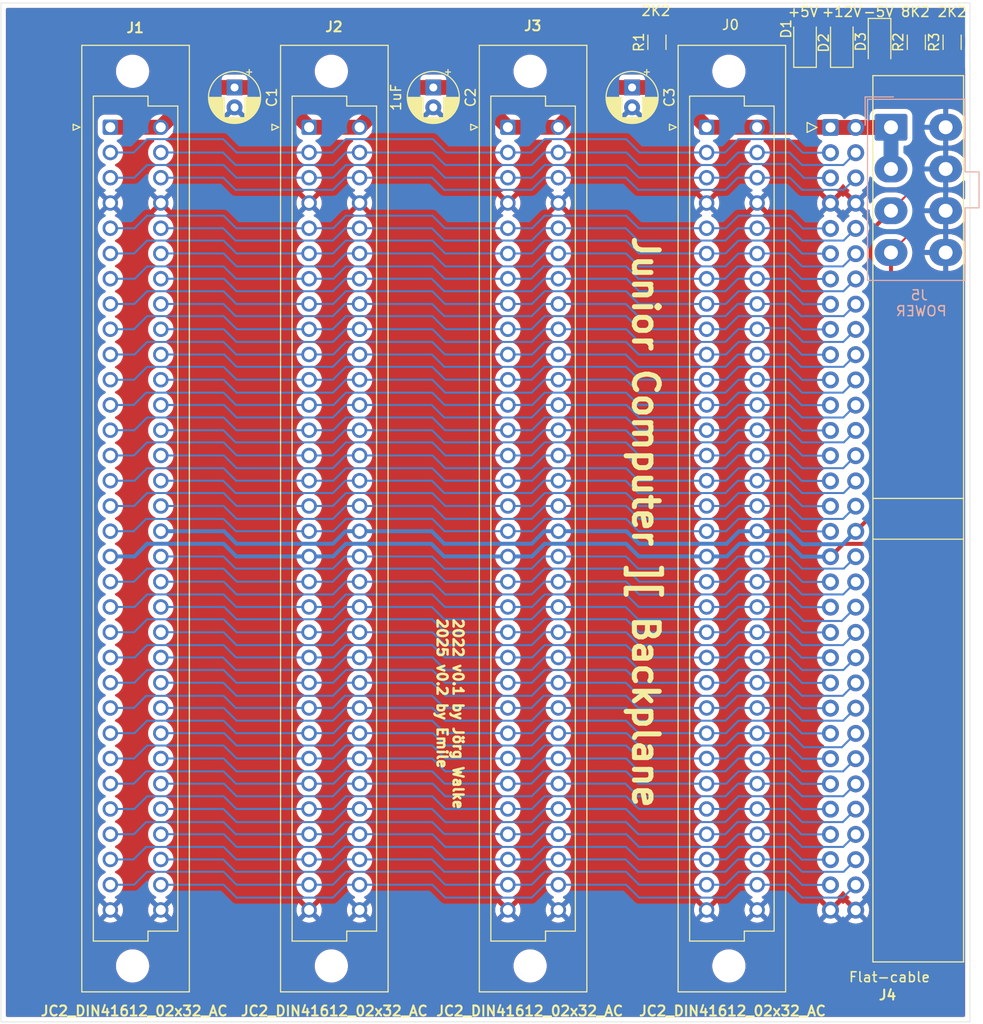
<source format=kicad_pcb>
(kicad_pcb (version 20240108) (generator "pcbnew") (generator_version "8.0")
  (layers (0 "F.Cu" signal) (31 "B.Cu" signal) (34 "B.Paste" user) (35 "F.Paste" user) (36 "B.SilkS" user "B.Silkscreen") (37 "F.SilkS" user "F.Silkscreen") (38 "B.Mask" user) (39 "F.Mask" user) (44 "Edge.Cuts" user))
  (net 0 "")
  (net 1 "+5V")
  (net 2 "GND")
  (net 3 "/NC6")
  (net 4 "/~{128K_SEL}")
  (net 5 "/NC4")
  (net 6 "/~{IRQ}")
  (net 7 "/~{C0_SEL}")
  (net 8 "/A15")
  (net 9 "/D5")
  (net 10 "/A2")
  (net 11 "-5V")
  (net 12 "/A14")
  (net 13 "/D1")
  (net 14 "/D0")
  (net 15 "/NC2")
  (net 16 "/NC1")
  (net 17 "/SO")
  (net 18 "/A0")
  (net 19 "/A3")
  (net 20 "/NC7")
  (net 21 "/A11")
  (net 22 "/NC5")
  (net 23 "/D7")
  (net 24 "/PHI2")
  (net 25 "/A12")
  (net 26 "/~{K3}")
  (net 27 "/A4")
  (net 28 "/A7")
  (net 29 "/~{80_SEL}")
  (net 30 "/D3")
  (net 31 "/A9")
  (net 32 "/~{RAM_SEL}")
  (net 33 "+12V")
  (net 34 "/D4")
  (net 35 "/NC10")
  (net 36 "/NC11")
  (net 37 "/A5")
  (net 38 "/A10")
  (net 39 "/RDY")
  (net 40 "/~{K7}")
  (net 41 "/~{RES}")
  (net 42 "/~{K6}")
  (net 43 "/~{K4}")
  (net 44 "/NC9")
  (net 45 "/A8")
  (net 46 "/~{A0_SEL}")
  (net 47 "/RAM_R~{W}")
  (net 48 "/A1")
  (net 49 "/A6")
  (net 50 "/~{NMI}")
  (net 51 "/D2")
  (net 52 "/~{K2}")
  (net 53 "/~{K5}")
  (net 54 "/PHI1")
  (net 55 "/NC3")
  (net 56 "/NC8")
  (net 57 "/D6")
  (net 58 "/EXT")
  (net 59 "/A13")
  (net 60 "/R~{W}")
  (net 61 "Net-(D1-A)")
  (net 62 "Net-(D2-A)")
  (net 63 "Net-(D3-K)")
  (footprint "Connector_DIN:DIN41612_C_2x32_Female_Vertical_THT" (layer "F.Cu") (at 124.6 49.3)
    (property "Reference" "J0")
    (property "Value" "JC2_DIN41612_02x32_AC")
  )
  (footprint "Connector_IDC:IDC-Header_2x32_P2.54mm_Horizontal" (layer "F.Cu") (at 137.06 49.32)
    (property "Reference" "J4")
    (property "Value" "Flat-cable")
  )
  (footprint "Connector_DIN:DIN41612_C_2x32_Female_Vertical_THT" (layer "F.Cu") (at 84.6 49.3)
    (property "Reference" "J2")
    (property "Value" "JC2_DIN41612_02x32_AC")
  )
  (footprint "Capacitor_THT:CP_Radial_D5.0mm_P2.00mm" (layer "F.Cu") (at 97.1 45.3 -90)
    (property "Reference" "C2")
    (property "Value" "1uF")
  )
  (footprint "Connector_DIN:DIN41612_C_2x32_Female_Vertical_THT" (layer "F.Cu") (at 64.6 49.3)
    (property "Reference" "J1")
    (property "Value" "JC2_DIN41612_02x32_AC")
  )
  (footprint "Resistor_SMD:R_1206_3216Metric_Pad1.30x1.75mm_HandSolder" (layer "F.Cu") (at 145.7 40.75 90)
    (property "Reference" "R2")
    (property "Value" "8K2")
  )
  (footprint "Capacitor_THT:CP_Radial_D5.0mm_P2.00mm" (layer "F.Cu") (at 117.1 45.3 -90)
    (property "Reference" "C3")
    (property "Value" "1uF")
  )
  (footprint "LED_SMD:LED_1206_3216Metric_Pad1.42x1.75mm_HandSolder" (layer "F.Cu") (at 142 40.8125 -90)
    (property "Reference" "D3")
    (property "Value" "-5V")
  )
  (footprint "Capacitor_THT:CP_Radial_D5.0mm_P2.00mm" (layer "F.Cu") (at 77.1 45.3 -90)
    (property "Reference" "C1")
    (property "Value" "1uF")
  )
  (footprint "Connector_DIN:DIN41612_C_2x32_Female_Vertical_THT" (layer "F.Cu") (at 104.6 49.3)
    (property "Reference" "J3")
    (property "Value" "JC2_DIN41612_02x32_AC")
  )
  (footprint "Resistor_SMD:R_1206_3216Metric_Pad1.30x1.75mm_HandSolder" (layer "F.Cu") (at 149.3 40.75 90)
    (property "Reference" "R3")
    (property "Value" "2K2")
  )
  (footprint "Resistor_SMD:R_1206_3216Metric_Pad1.30x1.75mm_HandSolder" (layer "F.Cu") (at 119.6 40.75 90)
    (property "Reference" "R1")
    (property "Value" "2K2")
  )
  (footprint "LED_SMD:LED_1206_3216Metric_Pad1.42x1.75mm_HandSolder" (layer "F.Cu") (at 134.5 40.8125 90)
    (property "Reference" "D1")
    (property "Value" "+5V")
  )
  (footprint "LED_SMD:LED_1206_3216Metric_Pad1.42x1.75mm_HandSolder" (layer "F.Cu") (at 138.2 40.8125 90)
    (property "Reference" "D2")
    (property "Value" "+12V")
  )
  (footprint "Connector_Molex:Molex_Mini-Fit_Jr_5566-08A_2x04_P4.20mm_Vertical" (layer "B.Cu") (at 143.15 49.3 -90)
    (property "Reference" "J5")
    (property "Value" "POWER")
  )
  (gr_rect (start 53.6 36.8) (end 151.1 139.3) (stroke (width 0.05)) (fill none) (layer "Edge.Cuts"))
  (gr_text "Junior Computer ][ Backplane" (at 117 60 270) (layer "F.SilkS") (effects (font (size 2.5 2.5) (thickness 0.5) (bold yes)) (justify left bottom)))
  (gr_text "2022 v0.1 by Jörg Walke\n2025 v0.2 by Emile" (at 97.4 98.6 -90) (layer "F.SilkS") (effects (font (size 1 1) (thickness 0.25) (bold yes)) (justify left bottom)))
  (segment (start 143.13 49.32) (end 143.15 49.3) (width 1.5) (layer "F.Cu") (net 1))
  (segment (start 84.6 49.3) (end 89.68 49.3) (width 1.5) (layer "F.Cu") (net 1))
  (segment (start 139.6 49.32) (end 143.13 49.32) (width 1.5) (layer "F.Cu") (net 1))
  (segment (start 119.6 45.3) (end 120.6 45.3) (width 1.5) (layer "F.Cu") (net 1))
  (segment (start 93.68 45.3) (end 97.1 45.3) (width 1.5) (layer "F.Cu") (net 1))
  (segment (start 113.68 45.3) (end 117.1 45.3) (width 1.5) (layer "F.Cu") (net 1))
  (segment (start 97.1 45.3) (end 100.6 45.3) (width 1.5) (layer "F.Cu") (net 1))
  (segment (start 77.1 45.3) (end 80.6 45.3) (width 1.5) (layer "F.Cu") (net 1))
  (segment (start 137.04 49.3) (end 137.06 49.32) (width 1.5) (layer "F.Cu") (net 1))
  (segment (start 64.6 49.3) (end 69.68 49.3) (width 1.5) (layer "F.Cu") (net 1))
  (segment (start 117.1 45.3) (end 119.6 45.3) (width 1.5) (layer "F.Cu") (net 1))
  (segment (start 129.68 49.3) (end 137.04 49.3) (width 1.5) (layer "F.Cu") (net 1))
  (segment (start 120.6 45.3) (end 124.6 49.3) (width 1.5) (layer "F.Cu") (net 1))
  (segment (start 73.68 45.3) (end 77.1 45.3) (width 1.5) (layer "F.Cu") (net 1))
  (segment (start 80.6 45.3) (end 84.6 49.3) (width 1.5) (layer "F.Cu") (net 1))
  (segment (start 124.6 49.3) (end 129.68 49.3) (width 1.5) (layer "F.Cu") (net 1))
  (segment (start 137.06 49.32) (end 139.6 49.32) (width 1.5) (layer "F.Cu") (net 1))
  (segment (start 109.68 49.3) (end 113.68 45.3) (width 1.5) (layer "F.Cu") (net 1))
  (segment (start 89.68 49.3) (end 93.68 45.3) (width 1.5) (layer "F.Cu") (net 1))
  (segment (start 69.68 49.3) (end 73.68 45.3) (width 1.5) (layer "F.Cu") (net 1))
  (segment (start 104.6 49.3) (end 109.68 49.3) (width 1.5) (layer "F.Cu") (net 1))
  (segment (start 100.6 45.3) (end 104.6 49.3) (width 1.5) (layer "F.Cu") (net 1))
  (segment (start 119.6 42.3) (end 119.6 45.3) (width 0.2) (layer "F.Cu") (net 1))
  (segment (start 143.15 49.3) (end 143.15 53.5) (width 1.5) (layer "B.Cu") (net 1))
  (segment (start 108.22 79.78) (end 109.68 79.78) (width 0.2) (layer "B.Cu") (net 3))
  (segment (start 89.68 79.78) (end 96.98 79.78) (width 0.2) (layer "B.Cu") (net 3))
  (segment (start 129.68 79.78) (end 132.98 79.78) (width 0.2) (layer "B.Cu") (net 3))
  (segment (start 98.2 81) (end 107 81) (width 0.2) (layer "B.Cu") (net 3))
  (segment (start 132.98 79.78) (end 134.2 81) (width 0.2) (layer "B.Cu") (net 3))
  (segment (start 87 81) (end 88.22 79.78) (width 0.2) (layer "B.Cu") (net 3))
  (segment (start 109.68 79.78) (end 116.48 79.78) (width 0.2) (layer "B.Cu") (net 3))
  (segment (start 126.5 81) (end 127.72 79.78) (width 0.2) (layer "B.Cu") (net 3))
  (segment (start 127.72 79.78) (end 129.68 79.78) (width 0.2) (layer "B.Cu") (net 3))
  (segment (start 75.98 79.78) (end 77.2 81) (width 0.2) (layer "B.Cu") (net 3))
  (segment (start 138.4 81) (end 139.6 79.8) (width 0.2) (layer "B.Cu") (net 3))
  (segment (start 77.2 81) (end 87 81) (width 0.2) (layer "B.Cu") (net 3))
  (segment (start 107 81) (end 108.22 79.78) (width 0.2) (layer "B.Cu") (net 3))
  (segment (start 116.48 79.78) (end 117.7 81) (width 0.2) (layer "B.Cu") (net 3))
  (segment (start 96.98 79.78) (end 98.2 81) (width 0.2) (layer "B.Cu") (net 3))
  (segment (start 69.68 79.78) (end 75.98 79.78) (width 0.2) (layer "B.Cu") (net 3))
  (segment (start 88.22 79.78) (end 89.68 79.78) (width 0.2) (layer "B.Cu") (net 3))
  (segment (start 117.7 81) (end 126.5 81) (width 0.2) (layer "B.Cu") (net 3))
  (segment (start 134.2 81) (end 138.4 81) (width 0.2) (layer "B.Cu") (net 3))
  (segment (start 76 60.7) (end 77.3 62) (width 0.2) (layer "B.Cu") (net 4))
  (segment (start 84.6 62) (end 87 62) (width 0.2) (layer "B.Cu") (net 4))
  (segment (start 87 62) (end 88.3 60.7) (width 0.2) (layer "B.Cu") (net 4))
  (segment (start 88.3 60.7) (end 97 60.7) (width 0.2) (layer "B.Cu") (net 4))
  (segment (start 117.8 62) (end 124.6 62) (width 0.2) (layer "B.Cu") (net 4))
  (segment (start 127.8 60.7) (end 132.9 60.7) (width 0.2) (layer "B.Cu") (net 4))
  (segment (start 98.3 62) (end 104.6 62) (width 0.2) (layer "B.Cu") (net 4))
  (segment (start 132.9 60.7) (end 134.22 62.02) (width 0.2) (layer "B.Cu") (net 4))
  (segment (start 107 62) (end 108.3 60.7) (width 0.2) (layer "B.Cu") (net 4))
  (segment (start 116.5 60.7) (end 117.8 62) (width 0.2) (layer "B.Cu") (net 4))
  (segment (start 97 60.7) (end 98.3 62) (width 0.2) (layer "B.Cu") (net 4))
  (segment (start 134.22 62.02) (end 137.06 62.02) (width 0.2) (layer "B.Cu") (net 4))
  (segment (start 68.3 60.7) (end 76 60.7) (width 0.2) (layer "B.Cu") (net 4))
  (segment (start 64.6 62) (end 67 62) (width 0.2) (layer "B.Cu") (net 4))
  (segment (start 108.3 60.7) (end 116.5 60.7) (width 0.2) (layer "B.Cu") (net 4))
  (segment (start 124.6 62) (end 126.5 62) (width 0.2) (layer "B.Cu") (net 4))
  (segment (start 126.5 62) (end 127.8 60.7) (width 0.2) (layer "B.Cu") (net 4))
  (segment (start 104.6 62) (end 107 62) (width 0.2) (layer "B.Cu") (net 4))
  (segment (start 67 62) (end 68.3 60.7) (width 0.2) (layer "B.Cu") (net 4))
  (segment (start 77.3 62) (end 84.6 62) (width 0.2) (layer "B.Cu") (net 4))
  (segment (start 77.2 55.6) (end 87 55.6) (width 0.2) (layer "B.Cu") (net 5))
  (segment (start 75.98 54.38) (end 77.2 55.6) (width 0.2) (layer "B.Cu") (net 5))
  (segment (start 88.22 54.38) (end 89.68 54.38) (width 0.2) (layer "B.Cu") (net 5))
  (segment (start 89.68 54.38) (end 96.98 54.38) (width 0.2) (layer "B.Cu") (net 5))
  (segment (start 129.68 54.38) (end 132.98 54.38) (width 0.2) (layer "B.Cu") (net 5))
  (segment (start 107 55.6) (end 108.22 54.38) (width 0.2) (layer "B.Cu") (net 5))
  (segment (start 138.4 55.6) (end 139.6 54.4) (width 0.2) (layer "B.Cu") (net 5))
  (segment (start 69.68 54.38) (end 75.98 54.38) (width 0.2) (layer "B.Cu") (net 5))
  (segment (start 109.68 54.38) (end 116.48 54.38) (width 0.2) (layer "B.Cu") (net 5))
  (segment (start 96.98 54.38) (end 98.2 55.6) (width 0.2) (layer "B.Cu") (net 5))
  (segment (start 126.5 55.6) (end 127.72 54.38) (width 0.2) (layer "B.Cu") (net 5))
  (segment (start 117.7 55.6) (end 126.5 55.6) (width 0.2) (layer "B.Cu") (net 5))
  (segment (start 108.22 54.38) (end 109.68 54.38) (width 0.2) (layer "B.Cu") (net 5))
  (segment (start 98.2 55.6) (end 107 55.6) (width 0.2) (layer "B.Cu") (net 5))
  (segment (start 116.48 54.38) (end 117.7 55.6) (width 0.2) (layer "B.Cu") (net 5))
  (segment (start 132.98 54.38) (end 134.2 55.6) (width 0.2) (layer "B.Cu") (net 5))
  (segment (start 87 55.6) (end 88.22 54.38) (width 0.2) (layer "B.Cu") (net 5))
  (segment (start 127.72 54.38) (end 129.68 54.38) (width 0.2) (layer "B.Cu") (net 5))
  (segment (start 134.2 55.6) (end 138.4 55.6) (width 0.2) (layer "B.Cu") (net 5))
  (segment (start 117.74 77.24) (end 124.6 77.24) (width 0.2) (layer "B.Cu") (net 6))
  (segment (start 127.8 76) (end 132.9 76) (width 0.2) (layer "B.Cu") (net 6))
  (segment (start 84.6 77.24) (end 87.06 77.24) (width 0.2) (layer "B.Cu") (net 6))
  (segment (start 97 76) (end 98.24 77.24) (width 0.2) (layer "B.Cu") (net 6))
  (segment (start 126.56 77.24) (end 127.8 76) (width 0.2) (layer "B.Cu") (net 6))
  (segment (start 76 76) (end 77.24 77.24) (width 0.2) (layer "B.Cu") (net 6))
  (segment (start 87.06 77.24) (end 88.3 76) (width 0.2) (layer "B.Cu") (net 6))
  (segment (start 108.3 76) (end 116.5 76) (width 0.2) (layer "B.Cu") (net 6))
  (segment (start 66.96 77.24) (end 68.2 76) (width 0.2) (layer "B.Cu") (net 6))
  (segment (start 88.3 76) (end 97 76) (width 0.2) (layer "B.Cu") (net 6))
  (segment (start 68.2 76) (end 76 76) (width 0.2) (layer "B.Cu") (net 6))
  (segment (start 64.6 77.24) (end 66.96 77.24) (width 0.2) (layer "B.Cu") (net 6))
  (segment (start 107.06 77.24) (end 108.3 76) (width 0.2) (layer "B.Cu") (net 6))
  (segment (start 116.5 76) (end 117.74 77.24) (width 0.2) (layer "B.Cu") (net 6))
  (segment (start 98.24 77.24) (end 104.6 77.24) (width 0.2) (layer "B.Cu") (net 6))
  (segment (start 77.24 77.24) (end 84.6 77.24) (width 0.2) (layer "B.Cu") (net 6))
  (segment (start 134.16 77.26) (end 137.06 77.26) (width 0.2) (layer "B.Cu") (net 6))
  (segment (start 132.9 76) (end 134.16 77.26) (width 0.2) (layer "B.Cu") (net 6))
  (segment (start 104.6 77.24) (end 107.06 77.24) (width 0.2) (layer "B.Cu") (net 6))
  (segment (start 124.6 77.24) (end 126.56 77.24) (width 0.2) (layer "B.Cu") (net 6))
  (segment (start 132.9 62) (end 134.2 63.3) (width 0.2) (layer "B.Cu") (net 7))
  (segment (start 89.68 62) (end 97 62) (width 0.2) (layer "B.Cu") (net 7))
  (segment (start 109.68 62) (end 116.5 62) (width 0.2) (layer "B.Cu") (net 7))
  (segment (start 98.3 63.3) (end 107 63.3) (width 0.2) (layer "B.Cu") (net 7))
  (segment (start 87 63.3) (end 88.3 62) (width 0.2) (layer "B.Cu") (net 7))
  (segment (start 116.5 62) (end 117.8 63.3) (width 0.2) (layer "B.Cu") (net 7))
  (segment (start 117.8 63.3) (end 126.5 63.3) (width 0.2) (layer "B.Cu") (net 7))
  (segment (start 129.68 62) (end 132.9 62) (width 0.2) (layer "B.Cu") (net 7))
  (segment (start 69.68 62) (end 76 62) (width 0.2) (layer "B.Cu") (net 7))
  (segment (start 77.3 63.3) (end 87 63.3) (width 0.2) (layer "B.Cu") (net 7))
  (segment (start 138.32 63.3) (end 139.6 62.02) (width 0.2) (layer "B.Cu") (net 7))
  (segment (start 88.3 62) (end 89.68 62) (width 0.2) (layer "B.Cu") (net 7))
  (segment (start 108.3 62) (end 109.68 62) (width 0.2) (layer "B.Cu") (net 7))
  (segment (start 127.8 62) (end 129.68 62) (width 0.2) (layer "B.Cu") (net 7))
  (segment (start 126.5 63.3) (end 127.8 62) (width 0.2) (layer "B.Cu") (net 7))
  (segment (start 134.2 63.3) (end 138.32 63.3) (width 0.2) (layer "B.Cu") (net 7))
  (segment (start 76 62) (end 77.3 63.3) (width 0.2) (layer "B.Cu") (net 7))
  (segment (start 97 62) (end 98.3 63.3) (width 0.2) (layer "B.Cu") (net 7))
  (segment (start 107 63.3) (end 108.3 62) (width 0.2) (layer "B.Cu") (net 7))
  (segment (start 64.6 95.02) (end 66.98 95.02) (width 0.2) (layer "B.Cu") (net 8))
  (segment (start 66.98 95.02) (end 68.3 93.7) (width 0.2) (layer "B.Cu") (net 8))
  (segment (start 134.24 95.04) (end 137.06 95.04) (width 0.2) (layer "B.Cu") (net 8))
  (segment (start 132.9 93.7) (end 134.24 95.04) (width 0.2) (layer "B.Cu") (net 8))
  (segment (start 126.48 95.02) (end 127.8 93.7) (width 0.2) (layer "B.Cu") (net 8))
  (segment (start 77.32 95.02) (end 84.6 95.02) (width 0.2) (layer "B.Cu") (net 8))
  (segment (start 84.6 95.02) (end 86.98 95.02) (width 0.2) (layer "B.Cu") (net 8))
  (segment (start 97 93.7) (end 98.32 95.02) (width 0.2) (layer "B.Cu") (net 8))
  (segment (start 108.3 93.7) (end 116.5 93.7) (width 0.2) (layer "B.Cu") (net 8))
  (segment (start 76 93.7) (end 77.32 95.02) (width 0.2) (layer "B.Cu") (net 8))
  (segment (start 86.98 95.02) (end 88.3 93.7) (width 0.2) (layer "B.Cu") (net 8))
  (segment (start 117.82 95.02) (end 124.6 95.02) (width 0.2) (layer "B.Cu") (net 8))
  (segment (start 127.8 93.7) (end 132.9 93.7) (width 0.2) (layer "B.Cu") (net 8))
  (segment (start 106.98 95.02) (end 108.3 93.7) (width 0.2) (layer "B.Cu") (net 8))
  (segment (start 98.32 95.02) (end 104.6 95.02) (width 0.2) (layer "B.Cu") (net 8))
  (segment (start 68.3 93.7) (end 76 93.7) (width 0.2) (layer "B.Cu") (net 8))
  (segment (start 124.6 95.02) (end 126.48 95.02) (width 0.2) (layer "B.Cu") (net 8))
  (segment (start 88.3 93.7) (end 97 93.7) (width 0.2) (layer "B.Cu") (net 8))
  (segment (start 116.5 93.7) (end 117.82 95.02) (width 0.2) (layer "B.Cu") (net 8))
  (segment (start 104.6 95.02) (end 106.98 95.02) (width 0.2) (layer "B.Cu") (net 8))
  (segment (start 77.32 69.62) (end 84.6 69.62) (width 0.2) (layer "B.Cu") (net 9))
  (segment (start 124.6 69.62) (end 126.48 69.62) (width 0.2) (layer "B.Cu") (net 9))
  (segment (start 76 68.3) (end 77.32 69.62) (width 0.2) (layer "B.Cu") (net 9))
  (segment (start 97 68.3) (end 98.32 69.62) (width 0.2) (layer "B.Cu") (net 9))
  (segment (start 116.5 68.3) (end 117.82 69.62) (width 0.2) (layer "B.Cu") (net 9))
  (segment (start 132.9 68.3) (end 134.24 69.64) (width 0.2) (layer "B.Cu") (net 9))
  (segment (start 134.24 69.64) (end 137.06 69.64) (width 0.2) (layer "B.Cu") (net 9))
  (segment (start 84.6 69.62) (end 86.98 69.62) (width 0.2) (layer "B.Cu") (net 9))
  (segment (start 66.98 69.62) (end 68.3 68.3) (width 0.2) (layer "B.Cu") (net 9))
  (segment (start 68.3 68.3) (end 76 68.3) (width 0.2) (layer "B.Cu") (net 9))
  (segment (start 88.3 68.3) (end 97 68.3) (width 0.2) (layer "B.Cu") (net 9))
  (segment (start 64.6 69.62) (end 66.98 69.62) (width 0.2) (layer "B.Cu") (net 9))
  (segment (start 104.6 69.62) (end 106.98 69.62) (width 0.2) (layer "B.Cu") (net 9))
  (segment (start 108.3 68.3) (end 116.5 68.3) (width 0.2) (layer "B.Cu") (net 9))
  (segment (start 98.32 69.62) (end 104.6 69.62) (width 0.2) (layer "B.Cu") (net 9))
  (segment (start 126.48 69.62) (end 127.8 68.3) (width 0.2) (layer "B.Cu") (net 9))
  (segment (start 86.98 69.62) (end 88.3 68.3) (width 0.2) (layer "B.Cu") (net 9))
  (segment (start 127.8 68.3) (end 132.9 68.3) (width 0.2) (layer "B.Cu") (net 9))
  (segment (start 117.82 69.62) (end 124.6 69.62) (width 0.2) (layer "B.Cu") (net 9))
  (segment (start 106.98 69.62) (end 108.3 68.3) (width 0.2) (layer "B.Cu") (net 9))
  (segment (start 134.37 111.67) (end 138.21 111.67) (width 0.2) (layer "B.Cu") (net 10))
  (segment (start 116.56 110.26) (end 117.8 111.5) (width 0.2) (layer "B.Cu") (net 10))
  (segment (start 138.21 111.67) (end 139.6 110.28) (width 0.2) (layer "B.Cu") (net 10))
  (segment (start 77.3 111.5) (end 87 111.5) (width 0.2) (layer "B.Cu") (net 10))
  (segment (start 76.06 110.26) (end 77.3 111.5) (width 0.2) (layer "B.Cu") (net 10))
  (segment (start 88.24 110.26) (end 89.68 110.26) (width 0.2) (layer "B.Cu") (net 10))
  (segment (start 97.06 110.26) (end 98.3 111.5) (width 0.2) (layer "B.Cu") (net 10))
  (segment (start 132.96 110.26) (end 134.37 111.67) (width 0.2) (layer "B.Cu") (net 10))
  (segment (start 89.68 110.26) (end 97.06 110.26) (width 0.2) (layer "B.Cu") (net 10))
  (segment (start 129.68 110.26) (end 132.96 110.26) (width 0.2) (layer "B.Cu") (net 10))
  (segment (start 87 111.5) (end 88.24 110.26) (width 0.2) (layer "B.Cu") (net 10))
  (segment (start 117.8 111.5) (end 126.5 111.5) (width 0.2) (layer "B.Cu") (net 10))
  (segment (start 127.74 110.26) (end 129.68 110.26) (width 0.2) (layer "B.Cu") (net 10))
  (segment (start 98.3 111.5) (end 107 111.5) (width 0.2) (layer "B.Cu") (net 10))
  (segment (start 108.24 110.26) (end 109.68 110.26) (width 0.2) (layer "B.Cu") (net 10))
  (segment (start 126.5 111.5) (end 127.74 110.26) (width 0.2) (layer "B.Cu") (net 10))
  (segment (start 69.68 110.26) (end 76.06 110.26) (width 0.2) (layer "B.Cu") (net 10))
  (segment (start 109.68 110.26) (end 116.56 110.26) (width 0.2) (layer "B.Cu") (net 10))
  (segment (start 107 111.5) (end 108.24 110.26) (width 0.2) (layer "B.Cu") (net 10))
  (segment (start 141.69 91.21) (end 138.35 91.21) (width 0.4) (layer "F.Cu") (net 11))
  (segment (start 146.3 45.3) (end 146.3 58.75) (width 0.2) (layer "F.Cu") (net 11))
  (segment (start 138.35 91.21) (end 137.06 92.5) (width 0.4) (layer "F.Cu") (net 11))
  (segment (start 143.15 61.9) (end 143.15 89.75) (width 0.4) (layer "F.Cu") (net 11))
  (segment (start 149.3 42.3) (end 146.3 45.3) (width 0.2) (layer "F.Cu") (net 11))
  (segment (start 146.3 58.75) (end 143.15 61.9) (width 0.2) (layer "F.Cu") (net 11))
  (segment (start 143.15 89.75) (end 141.69 91.21) (width 0.4) (layer "F.Cu") (net 11))
  (segment (start 84.6 92.48) (end 87.02 92.48) (width 0.4) (layer "B.Cu") (net 11))
  (segment (start 104.6 92.48) (end 107.02 92.48) (width 0.4) (layer "B.Cu") (net 11))
  (segment (start 88.3 91.2) (end 96.9 91.2) (width 0.4) (layer "B.Cu") (net 11))
  (segment (start 124.6 92.48) (end 126.62 92.48) (width 0.4) (layer "B.Cu") (net 11))
  (segment (start 107.02 92.48) (end 108.3 91.2) (width 0.4) (layer "B.Cu") (net 11))
  (segment (start 116.5 91.2) (end 117.78 92.48) (width 0.4) (layer "B.Cu") (net 11))
  (segment (start 134.2 92.5) (end 137.06 92.5) (width 0.4) (layer "B.Cu") (net 11))
  (segment (start 126.62 92.48) (end 127.9 91.2) (width 0.4) (layer "B.Cu") (net 11))
  (segment (start 96.9 91.2) (end 98.18 92.48) (width 0.4) (layer "B.Cu") (net 11))
  (segment (start 68.3 91.2) (end 76 91.2) (width 0.4) (layer "B.Cu") (net 11))
  (segment (start 87.02 92.48) (end 88.3 91.2) (width 0.4) (layer "B.Cu") (net 11))
  (segment (start 76 91.2) (end 77.28 92.48) (width 0.4) (layer "B.Cu") (net 11))
  (segment (start 67.02 92.48) (end 68.3 91.2) (width 0.4) (layer "B.Cu") (net 11))
  (segment (start 64.6 92.48) (end 67.02 92.48) (width 0.4) (layer "B.Cu") (net 11))
  (segment (start 108.3 91.2) (end 116.5 91.2) (width 0.4) (layer "B.Cu") (net 11))
  (segment (start 117.78 92.48) (end 124.6 92.48) (width 0.4) (layer "B.Cu") (net 11))
  (segment (start 132.9 91.2) (end 134.2 92.5) (width 0.4) (layer "B.Cu") (net 11))
  (segment (start 77.28 92.48) (end 84.6 92.48) (width 0.4) (layer "B.Cu") (net 11))
  (segment (start 127.9 91.2) (end 132.9 91.2) (width 0.4) (layer "B.Cu") (net 11))
  (segment (start 98.18 92.48) (end 104.6 92.48) (width 0.4) (layer "B.Cu") (net 11))
  (segment (start 132.92 95.02) (end 134.2 96.3) (width 0.2) (layer "B.Cu") (net 12))
  (segment (start 138.34 96.3) (end 139.6 95.04) (width 0.2) (layer "B.Cu") (net 12))
  (segment (start 98.3 96.3) (end 107 96.3) (width 0.2) (layer "B.Cu") (net 12))
  (segment (start 134.2 96.3) (end 138.34 96.3) (width 0.2) (layer "B.Cu") (net 12))
  (segment (start 126.5 96.3) (end 127.78 95.02) (width 0.2) (layer "B.Cu") (net 12))
  (segment (start 107 96.3) (end 108.28 95.02) (width 0.2) (layer "B.Cu") (net 12))
  (segment (start 88.28 95.02) (end 89.68 95.02) (width 0.2) (layer "B.Cu") (net 12))
  (segment (start 87 96.3) (end 88.28 95.02) (width 0.2) (layer "B.Cu") (net 12))
  (segment (start 69.68 95.02) (end 76.02 95.02) (width 0.2) (layer "B.Cu") (net 12))
  (segment (start 89.68 95.02) (end 97.02 95.02) (width 0.2) (layer "B.Cu") (net 12))
  (segment (start 109.68 95.02) (end 116.52 95.02) (width 0.2) (layer "B.Cu") (net 12))
  (segment (start 116.52 95.02) (end 117.8 96.3) (width 0.2) (layer "B.Cu") (net 12))
  (segment (start 108.28 95.02) (end 109.68 95.02) (width 0.2) (layer "B.Cu") (net 12))
  (segment (start 76.02 95.02) (end 77.3 96.3) (width 0.2) (layer "B.Cu") (net 12))
  (segment (start 97.02 95.02) (end 98.3 96.3) (width 0.2) (layer "B.Cu") (net 12))
  (segment (start 129.68 95.02) (end 132.92 95.02) (width 0.2) (layer "B.Cu") (net 12))
  (segment (start 117.8 96.3) (end 126.5 96.3) (width 0.2) (layer "B.Cu") (net 12))
  (segment (start 77.3 96.3) (end 87 96.3) (width 0.2) (layer "B.Cu") (net 12))
  (segment (start 127.78 95.02) (end 129.68 95.02) (width 0.2) (layer "B.Cu") (net 12))
  (segment (start 116.5 63.3) (end 117.74 64.54) (width 0.2) (layer "B.Cu") (net 13))
  (segment (start 68.3 63.3) (end 76 63.3) (width 0.2) (layer "B.Cu") (net 13))
  (segment (start 132.9 63.3) (end 134.16 64.56) (width 0.2) (layer "B.Cu") (net 13))
  (segment (start 97 63.3) (end 98.24 64.54) (width 0.2) (layer "B.Cu") (net 13))
  (segment (start 108.2 63.3) (end 116.5 63.3) (width 0.2) (layer "B.Cu") (net 13))
  (segment (start 124.6 64.54) (end 126.46 64.54) (width 0.2) (layer "B.Cu") (net 13))
  (segment (start 76 63.3) (end 77.24 64.54) (width 0.2) (layer "B.Cu") (net 13))
  (segment (start 98.24 64.54) (end 104.6 64.54) (width 0.2) (layer "B.Cu") (net 13))
  (segment (start 127.7 63.3) (end 132.9 63.3) (width 0.2) (layer "B.Cu") (net 13))
  (segment (start 104.6 64.54) (end 106.96 64.54) (width 0.2) (layer "B.Cu") (net 13))
  (segment (start 84.6 64.54) (end 87.06 64.54) (width 0.2) (layer "B.Cu") (net 13))
  (segment (start 87.06 64.54) (end 88.3 63.3) (width 0.2) (layer "B.Cu") (net 13))
  (segment (start 117.74 64.54) (end 124.6 64.54) (width 0.2) (layer "B.Cu") (net 13))
  (segment (start 134.16 64.56) (end 137.06 64.56) (width 0.2) (layer "B.Cu") (net 13))
  (segment (start 126.46 64.54) (end 127.7 63.3) (width 0.2) (layer "B.Cu") (net 13))
  (segment (start 106.96 64.54) (end 108.2 63.3) (width 0.2) (layer "B.Cu") (net 13))
  (segment (start 64.6 64.54) (end 67.06 64.54) (width 0.2) (layer "B.Cu") (net 13))
  (segment (start 77.24 64.54) (end 84.6 64.54) (width 0.2) (layer "B.Cu") (net 13))
  (segment (start 88.3 63.3) (end 97 63.3) (width 0.2) (layer "B.Cu") (net 13))
  (segment (start 67.06 64.54) (end 68.3 63.3) (width 0.2) (layer "B.Cu") (net 13))
  (segment (start 138.36 65.8) (end 139.6 64.56) (width 0.2) (layer "B.Cu") (net 14))
  (segment (start 107 65.8) (end 108.26 64.54) (width 0.2) (layer "B.Cu") (net 14))
  (segment (start 108.26 64.54) (end 109.68 64.54) (width 0.2) (layer "B.Cu") (net 14))
  (segment (start 76.04 64.54) (end 77.3 65.8) (width 0.2) (layer "B.Cu") (net 14))
  (segment (start 127.76 64.54) (end 129.68 64.54) (width 0.2) (layer "B.Cu") (net 14))
  (segment (start 109.68 64.54) (end 116.54 64.54) (width 0.2) (layer "B.Cu") (net 14))
  (segment (start 69.68 64.54) (end 76.04 64.54) (width 0.2) (layer "B.Cu") (net 14))
  (segment (start 88.26 64.54) (end 89.68 64.54) (width 0.2) (layer "B.Cu") (net 14))
  (segment (start 96.94 64.54) (end 98.2 65.8) (width 0.2) (layer "B.Cu") (net 14))
  (segment (start 87 65.8) (end 88.26 64.54) (width 0.2) (layer "B.Cu") (net 14))
  (segment (start 89.68 64.54) (end 96.94 64.54) (width 0.2) (layer "B.Cu") (net 14))
  (segment (start 77.3 65.8) (end 87 65.8) (width 0.2) (layer "B.Cu") (net 14))
  (segment (start 116.54 64.54) (end 117.8 65.8) (width 0.2) (layer "B.Cu") (net 14))
  (segment (start 98.2 65.8) (end 107 65.8) (width 0.2) (layer "B.Cu") (net 14))
  (segment (start 134.2 65.8) (end 138.36 65.8) (width 0.2) (layer "B.Cu") (net 14))
  (segment (start 132.94 64.54) (end 134.2 65.8) (width 0.2) (layer "B.Cu") (net 14))
  (segment (start 129.68 64.54) (end 132.94 64.54) (width 0.2) (layer "B.Cu") (net 14))
  (segment (start 126.5 65.8) (end 127.76 64.54) (width 0.2) (layer "B.Cu") (net 14))
  (segment (start 117.8 65.8) (end 126.5 65.8) (width 0.2) (layer "B.Cu") (net 14))
  (segment (start 127.76 51.84) (end 129.68 51.84) (width 0.2) (layer "B.Cu") (net 15))
  (segment (start 117.8 53.1) (end 126.5 53.1) (width 0.2) (layer "B.Cu") (net 15))
  (segment (start 138.36 53.1) (end 139.6 51.86) (width 0.2) (layer "B.Cu") (net 15))
  (segment (start 126.5 53.1) (end 127.76 51.84) (width 0.2) (layer "B.Cu") (net 15))
  (segment (start 77.2 53.1) (end 87.04 53.1) (width 0.2) (layer "B.Cu") (net 15))
  (segment (start 129.68 51.84) (end 132.94 51.84) (width 0.2) (layer "B.Cu") (net 15))
  (segment (start 132.94 51.84) (end 134.2 53.1) (width 0.2) (layer "B.Cu") (net 15))
  (segment (start 98.3 53.1) (end 107 53.1) (width 0.2) (layer "B.Cu") (net 15))
  (segment (start 109.68 51.84) (end 116.54 51.84) (width 0.2) (layer "B.Cu") (net 15))
  (segment (start 134.2 53.1) (end 138.36 53.1) (width 0.2) (layer "B.Cu") (net 15))
  (segment (start 89.68 51.84) (end 88.3 51.84) (width 0.2) (layer "B.Cu") (net 15))
  (segment (start 75.94 51.84) (end 77.2 53.1) (width 0.2) (layer "B.Cu") (net 15))
  (segment (start 116.54 51.84) (end 117.8 53.1) (width 0.2) (layer "B.Cu") (net 15))
  (segment (start 107 53.1) (end 108.26 51.84) (width 0.2) (layer "B.Cu") (net 15))
  (segment (start 97.04 51.84) (end 98.3 53.1) (width 0.2) (layer "B.Cu") (net 15))
  (segment (start 89.68 51.84) (end 97.04 51.84) (width 0.2) (layer "B.Cu") (net 15))
  (segment (start 108.26 51.84) (end 109.68 51.84) (width 0.2) (layer "B.Cu") (net 15))
  (segment (start 87.04 53.1) (end 88.3 51.84) (width 0.2) (layer "B.Cu") (net 15))
  (segment (start 69.68 51.84) (end 75.94 51.84) (width 0.2) (layer "B.Cu") (net 15))
  (segment (start 86.96 51.84) (end 88.3 50.5) (width 0.2) (layer "B.Cu") (net 16))
  (segment (start 98.4 51.84) (end 104.6 51.84) (width 0.2) (layer "B.Cu") (net 16))
  (segment (start 88.3 50.5) (end 97.06 50.5) (width 0.2) (layer "B.Cu") (net 16))
  (segment (start 106.96 51.84) (end 108.3 50.5) (width 0.2) (layer "B.Cu") (net 16))
  (segment (start 97.06 50.5) (end 98.4 51.84) (width 0.2) (layer "B.Cu") (net 16))
  (segment (start 84.6 51.84) (end 86.96 51.84) (width 0.2) (layer "B.Cu") (net 16))
  (segment (start 77.3 51.84) (end 84.6 51.84) (width 0.2) (layer "B.Cu") (net 16))
  (segment (start 108.3 50.5) (end 116.5 50.5) (width 0.2) (layer "B.Cu") (net 16))
  (segment (start 134.26 51.86) (end 137.06 51.86) (width 0.2) (layer "B.Cu") (net 16))
  (segment (start 104.6 51.84) (end 106.96 51.84) (width 0.2) (layer "B.Cu") (net 16))
  (segment (start 64.6 51.84) (end 66.96 51.84) (width 0.2) (layer "B.Cu") (net 16))
  (segment (start 127.8 50.5) (end 132.9 50.5) (width 0.2) (layer "B.Cu") (net 16))
  (segment (start 68.3 50.5) (end 75.96 50.5) (width 0.2) (layer "B.Cu") (net 16))
  (segment (start 132.9 50.5) (end 134.26 51.86) (width 0.2) (layer "B.Cu") (net 16))
  (segment (start 126.46 51.84) (end 127.8 50.5) (width 0.2) (layer "B.Cu") (net 16))
  (segment (start 117.84 51.84) (end 124.6 51.84) (width 0.2) (layer "B.Cu") (net 16))
  (segment (start 75.96 50.5) (end 77.3 51.84) (width 0.2) (layer "B.Cu") (net 16))
  (segment (start 116.5 50.5) (end 117.84 51.84) (width 0.2) (layer "B.Cu") (net 16))
  (segment (start 66.96 51.84) (end 68.3 50.5) (width 0.2) (layer "B.Cu") (net 16))
  (segment (start 124.6 51.84) (end 126.46 51.84) (width 0.2) (layer "B.Cu") (net 16))
  (segment (start 107 83.6) (end 108.28 82.32) (width 0.2) (layer "B.Cu") (net 17))
  (segment (start 134.2 83.6) (end 138.34 83.6) (width 0.2) (layer "B.Cu") (net 17))
  (segment (start 88.28 82.32) (end 89.68 82.32) (width 0.2) (layer "B.Cu") (net 17))
  (segment (start 108.28 82.32) (end 109.68 82.32) (width 0.2) (layer "B.Cu") (net 17))
  (segment (start 132.92 82.32) (end 134.2 83.6) (width 0.2) (layer "B.Cu") (net 17))
  (segment (start 87 83.6) (end 88.28 82.32) (width 0.2) (layer "B.Cu") (net 17))
  (segment (start 97.02 82.32) (end 98.3 83.6) (width 0.2) (layer "B.Cu") (net 17))
  (segment (start 117.8 83.6) (end 126.5 83.6) (width 0.2) (layer "B.Cu") (net 17))
  (segment (start 116.52 82.32) (end 117.8 83.6) (width 0.2) (layer "B.Cu") (net 17))
  (segment (start 126.5 83.6) (end 127.78 82.32) (width 0.2) (layer "B.Cu") (net 17))
  (segment (start 89.68 82.32) (end 97.02 82.32) (width 0.2) (layer "B.Cu") (net 17))
  (segment (start 69.68 82.32) (end 76.02 82.32) (width 0.2) (layer "B.Cu") (net 17))
  (segment (start 129.68 82.32) (end 132.92 82.32) (width 0.2) (layer "B.Cu") (net 17))
  (segment (start 76.02 82.32) (end 77.3 83.6) (width 0.2) (layer "B.Cu") (net 17))
  (segment (start 109.68 82.32) (end 116.52 82.32) (width 0.2) (layer "B.Cu") (net 17))
  (segment (start 77.3 83.6) (end 87 83.6) (width 0.2) (layer "B.Cu") (net 17))
  (segment (start 127.78 82.32) (end 129.68 82.32) (width 0.2) (layer "B.Cu") (net 17))
  (segment (start 98.3 83.6) (end 107 83.6) (width 0.2) (layer "B.Cu") (net 17))
  (segment (start 138.34 83.6) (end 139.6 82.34) (width 0.2) (layer "B.Cu") (net 17))
  (segment (start 109.68 112.8) (end 116.5 112.8) (width 0.2) (layer "B.Cu") (net 18))
  (segment (start 132.9 112.8) (end 134.2 114.1) (width 0.2) (layer "B.Cu") (net 18))
  (segment (start 88.3 112.8) (end 89.68 112.8) (width 0.2) (layer "B.Cu") (net 18))
  (segment (start 87 114.1) (end 88.3 112.8) (width 0.2) (layer "B.Cu") (net 18))
  (segment (start 69.68 112.8) (end 76 112.8) (width 0.2) (layer "B.Cu") (net 18))
  (segment (start 127.8 112.8) (end 129.68 112.8) (width 0.2) (layer "B.Cu") (net 18))
  (segment (start 89.68 112.8) (end 97 112.8) (width 0.2) (layer "B.Cu") (net 18))
  (segment (start 98.3 114.1) (end 107 114.1) (width 0.2) (layer "B.Cu") (net 18))
  (segment (start 108.3 112.8) (end 109.68 112.8) (width 0.2) (layer "B.Cu") (net 18))
  (segment (start 97 112.8) (end 98.3 114.1) (width 0.2) (layer "B.Cu") (net 18))
  (segment (start 77.3 114.1) (end 87 114.1) (width 0.2) (layer "B.Cu") (net 18))
  (segment (start 129.68 112.8) (end 132.9 112.8) (width 0.2) (layer "B.Cu") (net 18))
  (segment (start 126.5 114.1) (end 127.8 112.8) (width 0.2) (layer "B.Cu") (net 18))
  (segment (start 138.32 114.1) (end 139.6 112.82) (width 0.2) (layer "B.Cu") (net 18))
  (segment (start 107 114.1) (end 108.3 112.8) (width 0.2) (layer "B.Cu") (net 18))
  (segment (start 134.2 114.1) (end 138.32 114.1) (width 0.2) (layer "B.Cu") (net 18))
  (segment (start 116.5 112.8) (end 117.8 114.1) (width 0.2) (layer "B.Cu") (net 18))
  (segment (start 117.8 114.1) (end 126.5 114.1) (width 0.2) (layer "B.Cu") (net 18))
  (segment (start 76 112.8) (end 77.3 114.1) (width 0.2) (layer "B.Cu") (net 18))
  (segment (start 126.54 110.26) (end 127.8 109) (width 0.2) (layer "B.Cu") (net 19))
  (segment (start 77.26 110.26) (end 84.6 110.26) (width 0.2) (layer "B.Cu") (net 19))
  (segment (start 67.04 110.26) (end 68.3 109) (width 0.2) (layer "B.Cu") (net 19))
  (segment (start 108.3 109) (end 116.5 109) (width 0.2) (layer "B.Cu") (net 19))
  (segment (start 132.9 109) (end 134.18 110.28) (width 0.2) (layer "B.Cu") (net 19))
  (segment (start 117.76 110.26) (end 124.6 110.26) (width 0.2) (layer "B.Cu") (net 19))
  (segment (start 127.8 109) (end 132.9 109) (width 0.2) (layer "B.Cu") (net 19))
  (segment (start 88.3 109) (end 97 109) (width 0.2) (layer "B.Cu") (net 19))
  (segment (start 134.18 110.28) (end 137.06 110.28) (width 0.2) (layer "B.Cu") (net 19))
  (segment (start 68.3 109) (end 76 109) (width 0.2) (layer "B.Cu") (net 19))
  (segment (start 87.04 110.26) (end 88.3 109) (width 0.2) (layer "B.Cu") (net 19))
  (segment (start 64.6 110.26) (end 67.04 110.26) (width 0.2) (layer "B.Cu") (net 19))
  (segment (start 76 109) (end 77.26 110.26) (width 0.2) (layer "B.Cu") (net 19))
  (segment (start 84.6 110.26) (end 87.04 110.26) (width 0.2) (layer "B.Cu") (net 19))
  (segment (start 98.26 110.26) (end 104.6 110.26) (width 0.2) (layer "B.Cu") (net 19))
  (segment (start 104.6 110.26) (end 107.04 110.26) (width 0.2) (layer "B.Cu") (net 19))
  (segment (start 107.04 110.26) (end 108.3 109) (width 0.2) (layer "B.Cu") (net 19))
  (segment (start 124.6 110.26) (end 126.54 110.26) (width 0.2) (layer "B.Cu") (net 19))
  (segment (start 97 109) (end 98.26 110.26) (width 0.2) (layer "B.Cu") (net 19))
  (segment (start 116.5 109) (end 117.76 110.26) (width 0.2) (layer "B.Cu") (net 19))
  (segment (start 76 86.1) (end 77.3 87.4) (width 0.2) (layer "B.Cu") (net 20))
  (segment (start 84.6 87.4) (end 87 87.4) (width 0.2) (layer "B.Cu") (net 20))
  (segment (start 98.3 87.4) (end 104.6 87.4) (width 0.2) (layer "B.Cu") (net 20))
  (segment (start 108.3 86.1) (end 116.5 86.1) (width 0.2) (layer "B.Cu") (net 20))
  (segment (start 127.8 86.1) (end 132.9 86.1) (width 0.2) (layer "B.Cu") (net 20))
  (segment (start 116.5 86.1) (end 117.8 87.4) (width 0.2) (layer "B.Cu") (net 20))
  (segment (start 77.3 87.4) (end 84.6 87.4) (width 0.2) (layer "B.Cu") (net 20))
  (segment (start 88.3 86.1) (end 97 86.1) (width 0.2) (layer "B.Cu") (net 20))
  (segment (start 134.22 87.42) (end 137.06 87.42) (width 0.2) (layer "B.Cu") (net 20))
  (segment (start 68.3 86.1) (end 76 86.1) (width 0.2) (layer "B.Cu") (net 20))
  (segment (start 107 87.4) (end 108.3 86.1) (width 0.2) (layer "B.Cu") (net 20))
  (segment (start 104.6 87.4) (end 107 87.4) (width 0.2) (layer "B.Cu") (net 20))
  (segment (start 132.9 86.1) (end 134.22 87.42) (width 0.2) (layer "B.Cu") (net 20))
  (segment (start 117.8 87.4) (end 124.6 87.4) (width 0.2) (layer "B.Cu") (net 20))
  (segment (start 67 87.4) (end 68.3 86.1) (width 0.2) (layer "B.Cu") (net 20))
  (segment (start 124.6 87.4) (end 126.5 87.4) (width 0.2) (layer "B.Cu") (net 20))
  (segment (start 126.5 87.4) (end 127.8 86.1) (width 0.2) (layer "B.Cu") (net 20))
  (segment (start 64.6 87.4) (end 67 87.4) (width 0.2) (layer "B.Cu") (net 20))
  (segment (start 87 87.4) (end 88.3 86.1) (width 0.2) (layer "B.Cu") (net 20))
  (segment (start 97 86.1) (end 98.3 87.4) (width 0.2) (layer "B.Cu") (net 20))
  (segment (start 116.5 98.8) (end 117.8 100.1) (width 0.2) (layer "B.Cu") (net 21))
  (segment (start 64.6 100.1) (end 67 100.1) (width 0.2) (layer "B.Cu") (net 21))
  (segment (start 88.3 98.8) (end 97 98.8) (width 0.2) (layer "B.Cu") (net 21))
  (segment (start 98.3 100.1) (end 104.6 100.1) (width 0.2) (layer "B.Cu") (net 21))
  (segment (start 104.6 100.1) (end 107 100.1) (width 0.2) (layer "B.Cu") (net 21))
  (segment (start 127.8 98.8) (end 132.9 98.8) (width 0.2) (layer "B.Cu") (net 21))
  (segment (start 126.5 100.1) (end 127.8 98.8) (width 0.2) (layer "B.Cu") (net 21))
  (segment (start 77.3 100.1) (end 84.6 100.1) (width 0.2) (layer "B.Cu") (net 21))
  (segment (start 67 100.1) (end 68.3 98.8) (width 0.2) (layer "B.Cu") (net 21))
  (segment (start 117.8 100.1) (end 124.6 100.1) (width 0.2) (layer "B.Cu") (net 21))
  (segment (start 84.6 100.1) (end 87 100.1) (width 0.2) (layer "B.Cu") (net 21))
  (segment (start 76 98.8) (end 77.3 100.1) (width 0.2) (layer "B.Cu") (net 21))
  (segment (start 124.6 100.1) (end 126.5 100.1) (width 0.2) (layer "B.Cu") (net 21))
  (segment (start 134.22 100.12) (end 137.06 100.12) (width 0.2) (layer "B.Cu") (net 21))
  (segment (start 87 100.1) (end 88.3 98.8) (width 0.2) (layer "B.Cu") (net 21))
  (segment (start 68.3 98.8) (end 76 98.8) (width 0.2) (layer "B.Cu") (net 21))
  (segment (start 97 98.8) (end 98.3 100.1) (width 0.2) (layer "B.Cu") (net 21))
  (segment (start 108.3 98.8) (end 116.5 98.8) (width 0.2) (layer "B.Cu") (net 21))
  (segment (start 132.9 98.8) (end 134.22 100.12) (width 0.2) (layer "B.Cu") (net 21))
  (segment (start 107 100.1) (end 108.3 98.8) (width 0.2) (layer "B.Cu") (net 21))
  (segment (start 126.52 79.78) (end 127.8 78.5) (width 0.2) (layer "B.Cu") (net 22))
  (segment (start 76 78.5) (end 77.28 79.78) (width 0.2) (layer "B.Cu") (net 22))
  (segment (start 124.6 79.78) (end 126.52 79.78) (width 0.2) (layer "B.Cu") (net 22))
  (segment (start 117.78 79.78) (end 124.6 79.78) (width 0.2) (layer "B.Cu") (net 22))
  (segment (start 88.3 78.5) (end 97 78.5) (width 0.2) (layer "B.Cu") (net 22))
  (segment (start 98.28 79.78) (end 104.6 79.78) (width 0.2) (layer "B.Cu") (net 22))
  (segment (start 108.3 78.5) (end 116.5 78.5) (width 0.2) (layer "B.Cu") (net 22))
  (segment (start 84.6 79.78) (end 87.02 79.78) (width 0.2) (layer "B.Cu") (net 22))
  (segment (start 127.8 78.5) (end 132.9 78.5) (width 0.2) (layer "B.Cu") (net 22))
  (segment (start 116.5 78.5) (end 117.78 79.78) (width 0.2) (layer "B.Cu") (net 22))
  (segment (start 77.28 79.78) (end 84.6 79.78) (width 0.2) (layer "B.Cu") (net 22))
  (segment (start 64.6 79.78) (end 67.02 79.78) (width 0.2) (layer "B.Cu") (net 22))
  (segment (start 132.9 78.5) (end 134.2 79.8) (width 0.2) (layer "B.Cu") (net 22))
  (segment (start 67.02 79.78) (end 68.3 78.5) (width 0.2) (layer "B.Cu") (net 22))
  (segment (start 134.2 79.8) (end 137.06 79.8) (width 0.2) (layer "B.Cu") (net 22))
  (segment (start 104.6 79.78) (end 107.02 79.78) (width 0.2) (layer "B.Cu") (net 22))
  (segment (start 97 78.5) (end 98.28 79.78) (width 0.2) (layer "B.Cu") (net 22))
  (segment (start 87.02 79.78) (end 88.3 78.5) (width 0.2) (layer "B.Cu") (net 22))
  (segment (start 68.3 78.5) (end 76 78.5) (width 0.2) (layer "B.Cu") (net 22))
  (segment (start 107.02 79.78) (end 108.3 78.5) (width 0.2) (layer "B.Cu") (net 22))
  (segment (start 64.6 72.16) (end 67.04 72.16) (width 0.2) (layer "B.Cu") (net 23))
  (segment (start 88.3 70.9) (end 97 70.9) (width 0.2) (layer "B.Cu") (net 23))
  (segment (start 77.26 72.16) (end 84.6 72.16) (width 0.2) (layer "B.Cu") (net 23))
  (segment (start 132.9 70.9) (end 134.18 72.18) (width 0.2) (layer "B.Cu") (net 23))
  (segment (start 116.5 70.9) (end 117.76 72.16) (width 0.2) (layer "B.Cu") (net 23))
  (segment (start 107.04 72.16) (end 108.3 70.9) (width 0.2) (layer "B.Cu") (net 23))
  (segment (start 126.54 72.16) (end 127.8 70.9) (width 0.2) (layer "B.Cu") (net 23))
  (segment (start 76 70.9) (end 77.26 72.16) (width 0.2) (layer "B.Cu") (net 23))
  (segment (start 67.04 72.16) (end 68.3 70.9) (width 0.2) (layer "B.Cu") (net 23))
  (segment (start 134.18 72.18) (end 137.06 72.18) (width 0.2) (layer "B.Cu") (net 23))
  (segment (start 97 70.9) (end 98.26 72.16) (width 0.2) (layer "B.Cu") (net 23))
  (segment (start 84.6 72.16) (end 87.04 72.16) (width 0.2) (layer "B.Cu") (net 23))
  (segment (start 124.6 72.16) (end 126.54 72.16) (width 0.2) (layer "B.Cu") (net 23))
  (segment (start 87.04 72.16) (end 88.3 70.9) (width 0.2) (layer "B.Cu") (net 23))
  (segment (start 98.26 72.16) (end 104.6 72.16) (width 0.2) (layer "B.Cu") (net 23))
  (segment (start 108.3 70.9) (end 116.5 70.9) (width 0.2) (layer "B.Cu") (net 23))
  (segment (start 127.8 70.9) (end 132.9 70.9) (width 0.2) (layer "B.Cu") (net 23))
  (segment (start 104.6 72.16) (end 107.04 72.16) (width 0.2) (layer "B.Cu") (net 23))
  (segment (start 117.76 72.16) (end 124.6 72.16) (width 0.2) (layer "B.Cu") (net 23))
  (segment (start 68.3 70.9) (end 76 70.9) (width 0.2) (layer "B.Cu") (net 23))
  (segment (start 88.3 114.1) (end 97 114.1) (width 0.2) (layer "B.Cu") (net 24))
  (segment (start 124.6 115.34) (end 126.56 115.34) (width 0.2) (layer "B.Cu") (net 24))
  (segment (start 77.24 115.34) (end 84.6 115.34) (width 0.2) (layer "B.Cu") (net 24))
  (segment (start 132.9 114.1) (end 134.16 115.36) (width 0.2) (layer "B.Cu") (net 24))
  (segment (start 98.24 115.34) (end 104.6 115.34) (width 0.2) (layer "B.Cu") (net 24))
  (segment (start 117.74 115.34) (end 124.6 115.34) (width 0.2) (layer "B.Cu") (net 24))
  (segment (start 104.6 115.34) (end 106.96 115.34) (width 0.2) (layer "B.Cu") (net 24))
  (segment (start 134.16 115.36) (end 137.06 115.36) (width 0.2) (layer "B.Cu") (net 24))
  (segment (start 108.2 114.1) (end 116.5 114.1) (width 0.2) (layer "B.Cu") (net 24))
  (segment (start 126.56 115.34) (end 127.8 114.1) (width 0.2) (layer "B.Cu") (net 24))
  (segment (start 64.6 115.34) (end 66.96 115.34) (width 0.2) (layer "B.Cu") (net 24))
  (segment (start 84.6 115.34) (end 87.06 115.34) (width 0.2) (layer "B.Cu") (net 24))
  (segment (start 127.8 114.1) (end 132.9 114.1) (width 0.2) (layer "B.Cu") (net 24))
  (segment (start 116.5 114.1) (end 117.74 115.34) (width 0.2) (layer "B.Cu") (net 24))
  (segment (start 87.06 115.34) (end 88.3 114.1) (width 0.2) (layer "B.Cu") (net 24))
  (segment (start 106.96 115.34) (end 108.2 114.1) (width 0.2) (layer "B.Cu") (net 24))
  (segment (start 66.96 115.34) (end 68.2 114.1) (width 0.2) (layer "B.Cu") (net 24))
  (segment (start 97 114.1) (end 98.24 115.34) (width 0.2) (layer "B.Cu") (net 24))
  (segment (start 68.2 114.1) (end 76 114.1) (width 0.2) (layer "B.Cu") (net 24))
  (segment (start 76 114.1) (end 77.24 115.34) (width 0.2) (layer "B.Cu") (net 24))
  (segment (start 129.68 97.56) (end 132.96 97.56) (width 0.2) (layer "B.Cu") (net 25))
  (segment (start 107 98.8) (end 108.24 97.56) (width 0.2) (layer "B.Cu") (net 25))
  (segment (start 138.21 98.97) (end 139.6 97.58) (width 0.2) (layer "B.Cu") (net 25))
  (segment (start 96.96 97.56) (end 98.2 98.8) (width 0.2) (layer "B.Cu") (net 25))
  (segment (start 69.68 97.56) (end 76.06 97.56) (width 0.2) (layer "B.Cu") (net 25))
  (segment (start 134.37 98.97) (end 138.21 98.97) (width 0.2) (layer "B.Cu") (net 25))
  (segment (start 77.3 98.8) (end 87 98.8) (width 0.2) (layer "B.Cu") (net 25))
  (segment (start 88.24 97.56) (end 89.68 97.56) (width 0.2) (layer "B.Cu") (net 25))
  (segment (start 117.7 98.8) (end 126.5 98.8) (width 0.2) (layer "B.Cu") (net 25))
  (segment (start 127.74 97.56) (end 129.68 97.56) (width 0.2) (layer "B.Cu") (net 25))
  (segment (start 109.68 97.56) (end 116.46 97.56) (width 0.2) (layer "B.Cu") (net 25))
  (segment (start 87 98.8) (end 88.24 97.56) (width 0.2) (layer "B.Cu") (net 25))
  (segment (start 76.06 97.56) (end 77.3 98.8) (width 0.2) (layer "B.Cu") (net 25))
  (segment (start 116.46 97.56) (end 117.7 98.8) (width 0.2) (layer "B.Cu") (net 25))
  (segment (start 132.96 97.56) (end 134.37 98.97) (width 0.2) (layer "B.Cu") (net 25))
  (segment (start 126.5 98.8) (end 127.74 97.56) (width 0.2) (layer "B.Cu") (net 25))
  (segment (start 89.68 97.56) (end 96.96 97.56) (width 0.2) (layer "B.Cu") (net 25))
  (segment (start 98.2 98.8) (end 107 98.8) (width 0.2) (layer "B.Cu") (net 25))
  (segment (start 108.24 97.56) (end 109.68 97.56) (width 0.2) (layer "B.Cu") (net 25))
  (segment (start 77.2 93.7) (end 87 93.7) (width 0.2) (layer "B.Cu") (net 26))
  (segment (start 108.22 92.48) (end 109.68 92.48) (width 0.2) (layer "B.Cu") (net 26))
  (segment (start 126.5 93.7) (end 127.72 92.48) (width 0.2) (layer "B.Cu") (net 26))
  (segment (start 117.7 93.7) (end 126.5 93.7) (width 0.2) (layer "B.Cu") (net 26))
  (segment (start 89.68 92.48) (end 96.98 92.48) (width 0.2) (layer "B.Cu") (net 26))
  (segment (start 98.2 93.7) (end 107 93.7) (width 0.2) (layer "B.Cu") (net 26))
  (segment (start 132.98 92.48) (end 134.2 93.7) (width 0.2) (layer "B.Cu") (net 26))
  (segment (start 134.2 93.7) (end 138.4 93.7) (width 0.2) (layer "B.Cu") (net 26))
  (segment (start 75.98 92.48) (end 77.2 93.7) (width 0.2) (layer "B.Cu") (net 26))
  (segment (start 109.68 92.48) (end 116.48 92.48) (width 0.2) (layer "B.Cu") (net 26))
  (segment (start 129.68 92.48) (end 132.98 92.48) (width 0.2) (layer "B.Cu") (net 26))
  (segment (start 87 93.7) (end 88.22 92.48) (width 0.2) (layer "B.Cu") (net 26))
  (segment (start 69.68 92.48) (end 75.98 92.48) (width 0.2) (layer "B.Cu") (net 26))
  (segment (start 138.4 93.7) (end 139.6 92.5) (width 0.2) (layer "B.Cu") (net 26))
  (segment (start 96.98 92.48) (end 98.2 93.7) (width 0.2) (layer "B.Cu") (net 26))
  (segment (start 88.22 92.48) (end 89.68 92.48) (width 0.2) (layer "B.Cu") (net 26))
  (segment (start 116.48 92.48) (end 117.7 93.7) (width 0.2) (layer "B.Cu") (net 26))
  (segment (start 107 93.7) (end 108.22 92.48) (width 0.2) (layer "B.Cu") (net 26))
  (segment (start 127.72 92.48) (end 129.68 92.48) (width 0.2) (layer "B.Cu") (net 26))
  (segment (start 97.02 107.72) (end 98.3 109) (width 0.2) (layer "B.Cu") (net 27))
  (segment (start 88.28 107.72) (end 89.68 107.72) (width 0.2) (layer "B.Cu") (net 27))
  (segment (start 76.02 107.72) (end 77.3 109) (width 0.2) (layer "B.Cu") (net 27))
  (segment (start 129.68 107.72) (end 132.92 107.72) (width 0.2) (layer "B.Cu") (net 27))
  (segment (start 87 109) (end 88.28 107.72) (width 0.2) (layer "B.Cu") (net 27))
  (segment (start 116.52 107.72) (end 117.8 109) (width 0.2) (layer "B.Cu") (net 27))
  (segment (start 132.92 107.72) (end 134.2 109) (width 0.2) (layer "B.Cu") (net 27))
  (segment (start 117.8 109) (end 126.5 109) (width 0.2) (layer "B.Cu") (net 27))
  (segment (start 109.68 107.72) (end 116.52 107.72) (width 0.2) (layer "B.Cu") (net 27))
  (segment (start 127.78 107.72) (end 129.68 107.72) (width 0.2) (layer "B.Cu") (net 27))
  (segment (start 126.5 109) (end 127.78 107.72) (width 0.2) (layer "B.Cu") (net 27))
  (segment (start 77.3 109) (end 87 109) (width 0.2) (layer "B.Cu") (net 27))
  (segment (start 69.68 107.72) (end 76.02 107.72) (width 0.2) (layer "B.Cu") (net 27))
  (segment (start 138.34 109) (end 139.6 107.74) (width 0.2) (layer "B.Cu") (net 27))
  (segment (start 98.3 109) (end 107 109) (width 0.2) (layer "B.Cu") (net 27))
  (segment (start 108.28 107.72) (end 109.68 107.72) (width 0.2) (layer "B.Cu") (net 27))
  (segment (start 107 109) (end 108.28 107.72) (width 0.2) (layer "B.Cu") (net 27))
  (segment (start 89.68 107.72) (end 97.02 107.72) (width 0.2) (layer "B.Cu") (net 27))
  (segment (start 134.2 109) (end 138.34 109) (width 0.2) (layer "B.Cu") (net 27))
  (segment (start 98.28 105.18) (end 104.6 105.18) (width 0.2) (layer "B.Cu") (net 28))
  (segment (start 116.5 103.9) (end 117.78 105.18) (width 0.2) (layer "B.Cu") (net 28))
  (segment (start 132.9 103.9) (end 134.2 105.2) (width 0.2) (layer "B.Cu") (net 28))
  (segment (start 97 103.9) (end 98.28 105.18) (width 0.2) (layer "B.Cu") (net 28))
  (segment (start 84.6 105.18) (end 87.02 105.18) (width 0.2) (layer "B.Cu") (net 28))
  (segment (start 88.3 103.9) (end 97 103.9) (width 0.2) (layer "B.Cu") (net 28))
  (segment (start 124.6 105.18) (end 126.52 105.18) (width 0.2) (layer "B.Cu") (net 28))
  (segment (start 107.02 105.18) (end 108.3 103.9) (width 0.2) (layer "B.Cu") (net 28))
  (segment (start 77.28 105.18) (end 84.6 105.18) (width 0.2) (layer "B.Cu") (net 28))
  (segment (start 104.6 105.18) (end 107.02 105.18) (width 0.2) (layer "B.Cu") (net 28))
  (segment (start 64.6 105.18) (end 67.02 105.18) (width 0.2) (layer "B.Cu") (net 28))
  (segment (start 117.78 105.18) (end 124.6 105.18) (width 0.2) (layer "B.Cu") (net 28))
  (segment (start 134.2 105.2) (end 137.06 105.2) (width 0.2) (layer "B.Cu") (net 28))
  (segment (start 67.02 105.18) (end 68.3 103.9) (width 0.2) (layer "B.Cu") (net 28))
  (segment (start 126.52 105.18) (end 127.8 103.9) (width 0.2) (layer "B.Cu") (net 28))
  (segment (start 87.02 105.18) (end 88.3 103.9) (width 0.2) (layer "B.Cu") (net 28))
  (segment (start 76 103.9) (end 77.28 105.18) (width 0.2) (layer "B.Cu") (net 28))
  (segment (start 127.8 103.9) (end 132.9 103.9) (width 0.2) (layer "B.Cu") (net 28))
  (segment (start 68.3 103.9) (end 76 103.9) (width 0.2) (layer "B.Cu") (net 28))
  (segment (start 108.3 103.9) (end 116.5 103.9) (width 0.2) (layer "B.Cu") (net 28))
  (segment (start 126.5 76) (end 127.8 74.7) (width 0.2) (layer "B.Cu") (net 29))
  (segment (start 69.68 74.7) (end 76 74.7) (width 0.2) (layer "B.Cu") (net 29))
  (segment (start 77.3 76) (end 87 76) (width 0.2) (layer "B.Cu") (net 29))
  (segment (start 109.68 74.7) (end 116.5 74.7) (width 0.2) (layer "B.Cu") (net 29))
  (segment (start 98.3 76) (end 107 76) (width 0.2) (layer "B.Cu") (net 29))
  (segment (start 116.5 74.7) (end 117.8 76) (width 0.2) (layer "B.Cu") (net 29))
  (segment (start 127.8 74.7) (end 129.68 74.7) (width 0.2) (layer "B.Cu") (net 29))
  (segment (start 138.32 76) (end 139.6 74.72) (width 0.2) (layer "B.Cu") (net 29))
  (segment (start 97 74.7) (end 98.3 76) (width 0.2) (layer "B.Cu") (net 29))
  (segment (start 89.68 74.7) (end 97 74.7) (width 0.2) (layer "B.Cu") (net 29))
  (segment (start 129.68 74.7) (end 132.9 74.7) (width 0.2) (layer "B.Cu") (net 29))
  (segment (start 87 76) (end 88.3 74.7) (width 0.2) (layer "B.Cu") (net 29))
  (segment (start 134.2 76) (end 138.32 76) (width 0.2) (layer "B.Cu") (net 29))
  (segment (start 117.8 76) (end 126.5 76) (width 0.2) (layer "B.Cu") (net 29))
  (segment (start 132.9 74.7) (end 134.2 76) (width 0.2) (layer "B.Cu") (net 29))
  (segment (start 88.3 74.7) (end 89.68 74.7) (width 0.2) (layer "B.Cu") (net 29))
  (segment (start 108.3 74.7) (end 109.68 74.7) (width 0.2) (layer "B.Cu") (net 29))
  (segment (start 76 74.7) (end 77.3 76) (width 0.2) (layer "B.Cu") (net 29))
  (segment (start 107 76) (end 108.3 74.7) (width 0.2) (layer "B.Cu") (net 29))
  (segment (start 67.02 67.08) (end 68.3 65.8) (width 0.2) (layer "B.Cu") (net 30))
  (segment (start 127.8 65.8) (end 133 65.8) (width 0.2) (layer "B.Cu") (net 30))
  (segment (start 134.3 67.1) (end 137.06 67.1) (width 0.2) (layer "B.Cu") (net 30))
  (segment (start 68.3 65.8) (end 76 65.8) (width 0.2) (layer "B.Cu") (net 30))
  (segment (start 133 65.8) (end 134.3 67.1) (width 0.2) (layer "B.Cu") (net 30))
  (segment (start 64.6 67.08) (end 67.02 67.08) (width 0.2) (layer "B.Cu") (net 30))
  (segment (start 116.5 65.8) (end 117.78 67.08) (width 0.2) (layer "B.Cu") (net 30))
  (segment (start 117.78 67.08) (end 124.6 67.08) (width 0.2) (layer "B.Cu") (net 30))
  (segment (start 124.6 67.08) (end 126.52 67.08) (width 0.2) (layer "B.Cu") (net 30))
  (segment (start 98.28 67.08) (end 104.6 67.08) (width 0.2) (layer "B.Cu") (net 30))
  (segment (start 108.3 65.8) (end 116.5 65.8) (width 0.2) (layer "B.Cu") (net 30))
  (segment (start 88.3 65.8) (end 97 65.8) (width 0.2) (layer "B.Cu") (net 30))
  (segment (start 107.02 67.08) (end 108.3 65.8) (width 0.2) (layer "B.Cu") (net 30))
  (segment (start 87.02 67.08) (end 88.3 65.8) (width 0.2) (layer "B.Cu") (net 30))
  (segment (start 76 65.8) (end 77.28 67.08) (width 0.2) (layer "B.Cu") (net 30))
  (segment (start 77.28 67.08) (end 84.6 67.08) (width 0.2) (layer "B.Cu") (net 30))
  (segment (start 126.52 67.08) (end 127.8 65.8) (width 0.2) (layer "B.Cu") (net 30))
  (segment (start 104.6 67.08) (end 107.02 67.08) (width 0.2) (layer "B.Cu") (net 30))
  (segment (start 97 65.8) (end 98.28 67.08) (width 0.2) (layer "B.Cu") (net 30))
  (segment (start 84.6 67.08) (end 87.02 67.08) (width 0.2) (layer "B.Cu") (net 30))
  (segment (start 107.06 102.64) (end 108.3 101.4) (width 0.2) (layer "B.Cu") (net 31))
  (segment (start 77.24 102.64) (end 84.6 102.64) (width 0.2) (layer "B.Cu") (net 31))
  (segment (start 97 101.4) (end 98.24 102.64) (width 0.2) (layer "B.Cu") (net 31))
  (segment (start 134.16 102.66) (end 137.06 102.66) (width 0.2) (layer "B.Cu") (net 31))
  (segment (start 68.3 101.4) (end 76 101.4) (width 0.2) (layer "B.Cu") (net 31))
  (segment (start 64.6 102.64) (end 67.06 102.64) (width 0.2) (layer "B.Cu") (net 31))
  (segment (start 117.74 102.64) (end 124.6 102.64) (width 0.2) (layer "B.Cu") (net 31))
  (segment (start 116.5 101.4) (end 117.74 102.64) (width 0.2) (layer "B.Cu") (net 31))
  (segment (start 108.3 101.4) (end 116.5 101.4) (width 0.2) (layer "B.Cu") (net 31))
  (segment (start 76 101.4) (end 77.24 102.64) (width 0.2) (layer "B.Cu") (net 31))
  (segment (start 104.6 102.64) (end 107.06 102.64) (width 0.2) (layer "B.Cu") (net 31))
  (segment (start 124.6 102.64) (end 126.56 102.64) (width 0.2) (layer "B.Cu") (net 31))
  (segment (start 88.3 101.4) (end 97 101.4) (width 0.2) (layer "B.Cu") (net 31))
  (segment (start 84.6 102.64) (end 87.06 102.64) (width 0.2) (layer "B.Cu") (net 31))
  (segment (start 127.8 101.4) (end 132.9 101.4) (width 0.2) (layer "B.Cu") (net 31))
  (segment (start 67.06 102.64) (end 68.3 101.4) (width 0.2) (layer "B.Cu") (net 31))
  (segment (start 132.9 101.4) (end 134.16 102.66) (width 0.2) (layer "B.Cu") (net 31))
  (segment (start 98.24 102.64) (end 104.6 102.64) (width 0.2) (layer "B.Cu") (net 31))
  (segment (start 126.56 102.64) (end 127.8 101.4) (width 0.2) (layer "B.Cu") (net 31))
  (segment (start 87.06 102.64) (end 88.3 101.4) (width 0.2) (layer "B.Cu") (net 31))
  (segment (start 108.2 119.2) (end 116.5 119.2) (width 0.2) (layer "B.Cu") (net 32))
  (segment (start 124.6 120.42) (end 126.48 120.42) (width 0.2) (layer "B.Cu") (net 32))
  (segment (start 86.98 120.42) (end 88.2 119.2) (width 0.2) (layer "B.Cu") (net 32))
  (segment (start 97 119.2) (end 98.2 120.4) (width 0.2) (layer "B.Cu") (net 32))
  (segment (start 103.58028 120.42) (end 104.6 120.42) (width 0.2) (layer "B.Cu") (net 32))
  (segment (start 132.9 119.2) (end 134.14 120.44) (width 0.2) (layer "B.Cu") (net 32))
  (segment (start 134.14 120.44) (end 137.06 120.44) (width 0.2) (layer "B.Cu") (net 32))
  (segment (start 66.98 120.42) (end 68.2 119.2) (width 0.2) (layer "B.Cu") (net 32))
  (segment (start 64.6 120.42) (end 66.98 120.42) (width 0.2) (layer "B.Cu") (net 32))
  (segment (start 103.56028 120.4) (end 103.58028 120.42) (width 0.2) (layer "B.Cu") (net 32))
  (segment (start 116.5 119.2) (end 117.72 120.42) (width 0.2) (layer "B.Cu") (net 32))
  (segment (start 127.7 119.2) (end 132.9 119.2) (width 0.2) (layer "B.Cu") (net 32))
  (segment (start 76 119.2) (end 77.22 120.42) (width 0.2) (layer "B.Cu") (net 32))
  (segment (start 126.48 120.42) (end 127.7 119.2) (width 0.2) (layer "B.Cu") (net 32))
  (segment (start 84.6 120.42) (end 86.98 120.42) (width 0.2) (layer "B.Cu") (net 32))
  (segment (start 77.22 120.42) (end 84.6 120.42) (width 0.2) (layer "B.Cu") (net 32))
  (segment (start 106.98 120.42) (end 108.2 119.2) (width 0.2) (layer "B.Cu") (net 32))
  (segment (start 117.72 120.42) (end 124.6 120.42) (width 0.2) (layer "B.Cu") (net 32))
  (segment (start 88.2 119.2) (end 97 119.2) (width 0.2) (layer "B.Cu") (net 32))
  (segment (start 104.6 120.42) (end 106.98 120.42) (width 0.2) (layer "B.Cu") (net 32))
  (segment (start 68.2 119.2) (end 76 119.2) (width 0.2) (layer "B.Cu") (net 32))
  (segment (start 98.2 120.4) (end 103.56028 120.4) (width 0.2) (layer "B.Cu") (net 32))
  (segment (start 141.9 64.5) (end 141.9 87.66) (width 0.4) (layer "F.Cu") (net 33))
  (segment (start 145.7 55.15) (end 143.15 57.7) (width 0.2) (layer "F.Cu") (net 33))
  (segment (start 141.9 87.66) (end 139.6 89.96) (width 0.4) (layer "F.Cu") (net 33))
  (segment (start 143.15 57.7) (end 141.1 59.75) (width 0.4) (layer "F.Cu") (net 33))
  (segment (start 145.7 42.3) (end 145.7 55.15) (width 0.2) (layer "F.Cu") (net 33))
  (segment (start 141.1 59.75) (end 141.1 63.7) (width 0.4) (layer "F.Cu") (net 33))
  (segment (start 141.1 63.7) (end 141.9 64.5) (width 0.4) (layer "F.Cu") (net 33))
  (segment (start 116.54 89.94) (end 117.8 91.2) (width 0.4) (layer "B.Cu") (net 33))
  (segment (start 126.6 91.2) (end 127.86 89.94) (width 0.4) (layer "B.Cu") (net 33))
  (segment (start 138.31 91.25) (end 139.6 89.96) (width 0.4) (layer "B.Cu") (net 33))
  (segment (start 129.68 89.94) (end 132.94 89.94) (width 0.4) (layer "B.Cu") (net 33))
  (segment (start 96.94 89.94) (end 98.2 91.2) (width 0.4) (layer "B.Cu") (net 33))
  (segment (start 69.68 89.94) (end 76.04 89.94) (width 0.4) (layer "B.Cu") (net 33))
  (segment (start 134.25 91.25) (end 138.31 91.25) (width 0.4) (layer "B.Cu") (net 33))
  (segment (start 87 91.2) (end 88.26 89.94) (width 0.4) (layer "B.Cu") (net 33))
  (segment (start 77.3 91.2) (end 87 91.2) (width 0.4) (layer "B.Cu") (net 33))
  (segment (start 76.04 89.94) (end 77.3 91.2) (width 0.4) (layer "B.Cu") (net 33))
  (segment (start 109.68 89.94) (end 116.54 89.94) (width 0.4) (layer "B.Cu") (net 33))
  (segment (start 127.86 89.94) (end 129.68 89.94) (width 0.4) (layer "B.Cu") (net 33))
  (segment (start 89.68 89.94) (end 96.94 89.94) (width 0.4) (layer "B.Cu") (net 33))
  (segment (start 132.94 89.94) (end 134.25 91.25) (width 0.4) (layer "B.Cu") (net 33))
  (segment (start 117.8 91.2) (end 126.6 91.2) (width 0.4) (layer "B.Cu") (net 33))
  (segment (start 88.26 89.94) (end 89.68 89.94) (width 0.4) (layer "B.Cu") (net 33))
  (segment (start 108.26 89.94) (end 109.68 89.94) (width 0.4) (layer "B.Cu") (net 33))
  (segment (start 107 91.2) (end 108.26 89.94) (width 0.4) (layer "B.Cu") (net 33))
  (segment (start 98.2 91.2) (end 107 91.2) (width 0.4) (layer "B.Cu") (net 33))
  (segment (start 117.8 70.9) (end 126.5 70.9) (width 0.2) (layer "B.Cu") (net 34))
  (segment (start 88.28 69.62) (end 89.68 69.62) (width 0.2) (layer "B.Cu") (net 34))
  (segment (start 69.68 69.62) (end 76.02 69.62) (width 0.2) (layer "B.Cu") (net 34))
  (segment (start 138.34 70.9) (end 139.6 69.64) (width 0.2) (layer "B.Cu") (net 34))
  (segment (start 134.3 70.9) (end 138.34 70.9) (width 0.2) (layer "B.Cu") (net 34))
  (segment (start 98.3 70.9) (end 107 70.9) (width 0.2) (layer "B.Cu") (net 34))
  (segment (start 129.8 69.5) (end 132.9 69.5) (width 0.2) (layer "B.Cu") (net 34))
  (segment (start 109.68 69.62) (end 116.52 69.62) (width 0.2) (layer "B.Cu") (net 34))
  (segment (start 129.68 69.62) (end 129.8 69.5) (width 0.2) (layer "B.Cu") (net 34))
  (segment (start 97.02 69.62) (end 98.3 70.9) (width 0.2) (layer "B.Cu") (net 34))
  (segment (start 107 70.9) (end 108.28 69.62) (width 0.2) (layer "B.Cu") (net 34))
  (segment (start 77.3 70.9) (end 87 70.9) (width 0.2) (layer "B.Cu") (net 34))
  (segment (start 76.02 69.62) (end 77.3 70.9) (width 0.2) (layer "B.Cu") (net 34))
  (segment (start 108.28 69.62) (end 109.68 69.62) (width 0.2) (layer "B.Cu") (net 34))
  (segment (start 126.5 70.9) (end 127.78 69.62) (width 0.2) (layer "B.Cu") (net 34))
  (segment (start 132.9 69.5) (end 134.3 70.9) (width 0.2) (layer "B.Cu") (net 34))
  (segment (start 116.52 69.62) (end 117.8 70.9) (width 0.2) (layer "B.Cu") (net 34))
  (segment (start 87 70.9) (end 88.28 69.62) (width 0.2) (layer "B.Cu") (net 34))
  (segment (start 127.78 69.62) (end 129.68 69.62) (width 0.2) (layer "B.Cu") (net 34))
  (segment (start 89.68 69.62) (end 97.02 69.62) (width 0.2) (layer "B.Cu") (net 34))
  (segment (start 68.3 116.6) (end 76 116.6) (width 0.2) (layer "B.Cu") (net 35))
  (segment (start 98.28 117.88) (end 104.6 117.88) (width 0.2) (layer "B.Cu") (net 35))
  (segment (start 132.9 116.6) (end 134.2 117.9) (width 0.2) (layer "B.Cu") (net 35))
  (segment (start 124.6 117.88) (end 126.52 117.88) (width 0.2) (layer "B.Cu") (net 35))
  (segment (start 117.78 117.88) (end 124.6 117.88) (width 0.2) (layer "B.Cu") (net 35))
  (segment (start 104.6 117.88) (end 107.02 117.88) (width 0.2) (layer "B.Cu") (net 35))
  (segment (start 77.28 117.88) (end 84.6 117.88) (width 0.2) (layer "B.Cu") (net 35))
  (segment (start 134.2 117.9) (end 137.06 117.9) (width 0.2) (layer "B.Cu") (net 35))
  (segment (start 84.6 117.88) (end 87.02 117.88) (width 0.2) (layer "B.Cu") (net 35))
  (segment (start 127.8 116.6) (end 132.9 116.6) (width 0.2) (layer "B.Cu") (net 35))
  (segment (start 108.3 116.6) (end 116.5 116.6) (width 0.2) (layer "B.Cu") (net 35))
  (segment (start 87.02 117.88) (end 88.3 116.6) (width 0.2) (layer "B.Cu") (net 35))
  (segment (start 88.3 116.6) (end 97 116.6) (width 0.2) (layer "B.Cu") (net 35))
  (segment (start 116.5 116.6) (end 117.78 117.88) (width 0.2) (layer "B.Cu") (net 35))
  (segment (start 126.52 117.88) (end 127.8 116.6) (width 0.2) (layer "B.Cu") (net 35))
  (segment (start 76 116.6) (end 77.28 117.88) (width 0.2) (layer "B.Cu") (net 35))
  (segment (start 107.02 117.88) (end 108.3 116.6) (width 0.2) (layer "B.Cu") (net 35))
  (segment (start 97 116.6) (end 98.28 117.88) (width 0.2) (layer "B.Cu") (net 35))
  (segment (start 64.6 117.88) (end 67.02 117.88) (width 0.2) (layer "B.Cu") (net 35))
  (segment (start 67.02 117.88) (end 68.3 116.6) (width 0.2) (layer "B.Cu") (net 35))
  (segment (start 69.68 125.5) (end 76 125.5) (width 0.2) (layer "B.Cu") (net 36))
  (segment (start 129.68 125.5) (end 132.9 125.5) (width 0.2) (layer "B.Cu") (net 36))
  (segment (start 126.5 126.8) (end 127.8 125.5) (width 0.2) (layer "B.Cu") (net 36))
  (segment (start 134.2 126.8) (end 138.32 126.8) (width 0.2) (layer "B.Cu") (net 36))
  (segment (start 108.3 125.5) (end 109.68 125.5) (width 0.2) (layer "B.Cu") (net 36))
  (segment (start 107 126.8) (end 108.3 125.5) (width 0.2) (layer "B.Cu") (net 36))
  (segment (start 76 125.5) (end 77.3 126.8) (width 0.2) (layer "B.Cu") (net 36))
  (segment (start 97 125.5) (end 98.3 126.8) (width 0.2) (layer "B.Cu") (net 36))
  (segment (start 109.68 125.5) (end 116.5 125.5) (width 0.2) (layer "B.Cu") (net 36))
  (segment (start 132.9 125.5) (end 134.2 126.8) (width 0.2) (layer "B.Cu") (net 36))
  (segment (start 98.3 126.8) (end 107 126.8) (width 0.2) (layer "B.Cu") (net 36))
  (segment (start 117.8 126.8) (end 126.5 126.8) (width 0.2) (layer "B.Cu") (net 36))
  (segment (start 87 126.8) (end 88.3 125.5) (width 0.2) (layer "B.Cu") (net 36))
  (segment (start 89.68 125.5) (end 97 125.5) (width 0.2) (layer "B.Cu") (net 36))
  (segment (start 127.8 125.5) (end 129.68 125.5) (width 0.2) (layer "B.Cu") (net 36))
  (segment (start 88.3 125.5) (end 89.68 125.5) (width 0.2) (layer "B.Cu") (net 36))
  (segment (start 116.5 125.5) (end 117.8 126.8) (width 0.2) (layer "B.Cu") (net 36))
  (segment (start 77.3 126.8) (end 87 126.8) (width 0.2) (layer "B.Cu") (net 36))
  (segment (start 138.32 126.8) (end 139.6 125.52) (width 0.2) (layer "B.Cu") (net 36))
  (segment (start 108.2 106.5) (end 116.5 106.5) (width 0.2) (layer "B.Cu") (net 37))
  (segment (start 66.98 107.72) (end 68.2 106.5) (width 0.2) (layer "B.Cu") (net 37))
  (segment (start 117.72 107.72) (end 124.6 107.72) (width 0.2) (layer "B.Cu") (net 37))
  (segment (start 116.5 106.5) (end 117.72 107.72) (width 0.2) (layer "B.Cu") (net 37))
  (segment (start 84.6 107.72) (end 86.98 107.72) (width 0.2) (layer "B.Cu") (net 37))
  (segment (start 126.48 107.72) (end 127.7 106.5) (width 0.2) (layer "B.Cu") (net 37))
  (segment (start 97 106.5) (end 98.22 107.72) (width 0.2) (layer "B.Cu") (net 37))
  (segment (start 134.14 107.74) (end 137.06 107.74) (width 0.2) (layer "B.Cu") (net 37))
  (segment (start 104.6 107.72) (end 106.98 107.72) (width 0.2) (layer "B.Cu") (net 37))
  (segment (start 77.22 107.72) (end 84.6 107.72) (width 0.2) (layer "B.Cu") (net 37))
  (segment (start 76 106.5) (end 77.22 107.72) (width 0.2) (layer "B.Cu") (net 37))
  (segment (start 88.2 106.5) (end 97 106.5) (width 0.2) (layer "B.Cu") (net 37))
  (segment (start 86.98 107.72) (end 88.2 106.5) (width 0.2) (layer "B.Cu") (net 37))
  (segment (start 98.22 107.72) (end 104.6 107.72) (width 0.2) (layer "B.Cu") (net 37))
  (segment (start 124.6 107.72) (end 126.48 107.72) (width 0.2) (layer "B.Cu") (net 37))
  (segment (start 68.2 106.5) (end 76 106.5) (width 0.2) (layer "B.Cu") (net 37))
  (segment (start 64.6 107.72) (end 66.98 107.72) (width 0.2) (layer "B.Cu") (net 37))
  (segment (start 106.98 107.72) (end 108.2 106.5) (width 0.2) (layer "B.Cu") (net 37))
  (segment (start 132.9 106.5) (end 134.14 107.74) (width 0.2) (layer "B.Cu") (net 37))
  (segment (start 127.7 106.5) (end 132.9 106.5) (width 0.2) (layer "B.Cu") (net 37))
  (segment (start 126.5 101.4) (end 127.8 100.1) (width 0.2) (layer "B.Cu") (net 38))
  (segment (start 98.3 101.4) (end 107 101.4) (width 0.2) (layer "B.Cu") (net 38))
  (segment (start 117.8 101.4) (end 126.5 101.4) (width 0.2) (layer "B.Cu") (net 38))
  (segment (start 109.68 100.1) (end 116.5 100.1) (width 0.2) (layer "B.Cu") (net 38))
  (segment (start 134.2 101.4) (end 138.32 101.4) (width 0.2) (layer "B.Cu") (net 38))
  (segment (start 76 100.1) (end 77.3 101.4) (width 0.2) (layer "B.Cu") (net 38))
  (segment (start 108.3 100.1) (end 109.68 100.1) (width 0.2) (layer "B.Cu") (net 38))
  (segment (start 138.32 101.4) (end 139.6 100.12) (width 0.2) (layer "B.Cu") (net 38))
  (segment (start 107 101.4) (end 108.3 100.1) (width 0.2) (layer "B.Cu") (net 38))
  (segment (start 89.68 100.1) (end 97 100.1) (width 0.2) (layer "B.Cu") (net 38))
  (segment (start 88.3 100.1) (end 89.68 100.1) (width 0.2) (layer "B.Cu") (net 38))
  (segment (start 116.5 100.1) (end 117.8 101.4) (width 0.2) (layer "B.Cu") (net 38))
  (segment (start 132.9 100.1) (end 134.2 101.4) (width 0.2) (layer "B.Cu") (net 38))
  (segment (start 77.3 101.4) (end 87 101.4) (width 0.2) (layer "B.Cu") (net 38))
  (segment (start 87 101.4) (end 88.3 100.1) (width 0.2) (layer "B.Cu") (net 38))
  (segment (start 127.8 100.1) (end 129.68 100.1) (width 0.2) (layer "B.Cu") (net 38))
  (segment (start 129.68 100.1) (end 132.9 100.1) (width 0.2) (layer "B.Cu") (net 38))
  (segment (start 69.68 100.1) (end 76 100.1) (width 0.2) (layer "B.Cu") (net 38))
  (segment (start 97 100.1) (end 98.3 101.4) (width 0.2) (layer "B.Cu") (net 38))
  (segment (start 69.68 59.46) (end 75.96 59.46) (width 0.2) (layer "B.Cu") (net 39))
  (segment (start 138.38 60.7) (end 139.6 59.48) (width 0.2) (layer "B.Cu") (net 39))
  (segment (start 126.5 60.7) (end 127.74 59.46) (width 0.2) (layer "B.Cu") (net 39))
  (segment (start 108.24 59.46) (end 109.68 59.46) (width 0.2) (layer "B.Cu") (net 39))
  (segment (start 117.7 60.7) (end 126.5 60.7) (width 0.2) (layer "B.Cu") (net 39))
  (segment (start 116.46 59.46) (end 117.7 60.7) (width 0.2) (layer "B.Cu") (net 39))
  (segment (start 77.2 60.7) (end 87 60.7) (width 0.2) (layer "B.Cu") (net 39))
  (segment (start 89.68 59.46) (end 96.96 59.46) (width 0.2) (layer "B.Cu") (net 39))
  (segment (start 132.96 59.46) (end 134.2 60.7) (width 0.2) (layer "B.Cu") (net 39))
  (segment (start 88.24 59.46) (end 89.68 59.46) (width 0.2) (layer "B.Cu") (net 39))
  (segment (start 107 60.7) (end 108.24 59.46) (width 0.2) (layer "B.Cu") (net 39))
  (segment (start 134.2 60.7) (end 138.38 60.7) (width 0.2) (layer "B.Cu") (net 39))
  (segment (start 109.68 59.46) (end 116.46 59.46) (width 0.2) (layer "B.Cu") (net 39))
  (segment (start 87 60.7) (end 88.24 59.46) (width 0.2) (layer "B.Cu") (net 39))
  (segment (start 96.96 59.46) (end 98.2 60.7) (width 0.2) (layer "B.Cu") (net 39))
  (segment (start 127.74 59.46) (end 129.68 59.46) (width 0.2) (layer "B.Cu") (net 39))
  (segment (start 98.2 60.7) (end 107 60.7) (width 0.2) (layer "B.Cu") (net 39))
  (segment (start 75.96 59.46) (end 77.2 60.7) (width 0.2) (layer "B.Cu") (net 39))
  (segment (start 129.68 59.46) (end 132.96 59.46) (width 0.2) (layer "B.Cu") (net 39))
  (segment (start 124.6 82.32) (end 126.48 82.32) (width 0.2) (layer "B.Cu") (net 40))
  (segment (start 88.3 81) (end 97 81) (width 0.2) (layer "B.Cu") (net 40))
  (segment (start 126.48 82.32) (end 127.8 81) (width 0.2) (layer "B.Cu") (net 40))
  (segment (start 68.3 81) (end 76 81) (width 0.2) (layer "B.Cu") (net 40))
  (segment (start 117.82 82.32) (end 124.6 82.32) (width 0.2) (layer "B.Cu") (net 40))
  (segment (start 98.32 82.32) (end 104.6 82.32) (width 0.2) (layer "B.Cu") (net 40))
  (segment (start 76 81) (end 77.32 82.32) (width 0.2) (layer "B.Cu") (net 40))
  (segment (start 77.32 82.32) (end 84.6 82.32) (width 0.2) (layer "B.Cu") (net 40))
  (segment (start 132.9 81) (end 134.24 82.34) (width 0.2) (layer "B.Cu") (net 40))
  (segment (start 97 81) (end 98.32 82.32) (width 0.2) (layer "B.Cu") (net 40))
  (segment (start 108.3 81) (end 116.5 81) (width 0.2) (layer "B.Cu") (net 40))
  (segment (start 86.98 82.32) (end 88.3 81) (width 0.2) (layer "B.Cu") (net 40))
  (segment (start 64.6 82.32) (end 66.98 82.32) (width 0.2) (layer "B.Cu") (net 40))
  (segment (start 84.6 82.32) (end 86.98 82.32) (width 0.2) (layer "B.Cu") (net 40))
  (segment (start 106.98 82.32) (end 108.3 81) (width 0.2) (layer "B.Cu") (net 40))
  (segment (start 104.6 82.32) (end 106.98 82.32) (width 0.2) (layer "B.Cu") (net 40))
  (segment (start 66.98 82.32) (end 68.3 81) (width 0.2) (layer "B.Cu") (net 40))
  (segment (start 134.24 82.34) (end 137.06 82.34) (width 0.2) (layer "B.Cu") (net 40))
  (segment (start 116.5 81) (end 117.82 82.32) (width 0.2) (layer "B.Cu") (net 40))
  (segment (start 127.8 81) (end 132.9 81) (width 0.2) (layer "B.Cu") (net 40))
  (segment (start 124.6 59.46) (end 126.54 59.46) (width 0.2) (layer "B.Cu") (net 41))
  (segment (start 104.6 59.46) (end 107.04 59.46) (width 0.2) (layer "B.Cu") (net 41))
  (segment (start 87.04 59.46) (end 88.3 58.2) (width 0.2) (layer "B.Cu") (net 41))
  (segment (start 64.6 59.46) (end 67.04 59.46) (width 0.2) (layer "B.Cu") (net 41))
  (segment (start 98.26 59.46) (end 104.6 59.46) (width 0.2) (layer "B.Cu") (net 41))
  (segment (start 107.04 59.46) (end 108.3 58.2) (width 0.2) (layer "B.Cu") (net 41))
  (segment (start 108.3 58.2) (end 116.5 58.2) (width 0.2) (layer "B.Cu") (net 41))
  (segment (start 97 58.2) (end 98.26 59.46) (width 0.2) (layer "B.Cu") (net 41))
  (segment (start 127.8 58.2) (end 133 58.2) (width 0.2) (layer "B.Cu") (net 41))
  (segment (start 134.28 59.48) (end 137.06 59.48) (width 0.2) (layer "B.Cu") (net 41))
  (segment (start 117.76 59.46) (end 124.6 59.46) (width 0.2) (layer "B.Cu") (net 41))
  (segment (start 133 58.2) (end 134.28 59.48) (width 0.2) (layer "B.Cu") (net 41))
  (segment (start 77.26 59.46) (end 84.6 59.46) (width 0.2) (layer "B.Cu") (net 41))
  (segment (start 126.54 59.46) (end 127.8 58.2) (width 0.2) (layer "B.Cu") (net 41))
  (segment (start 67.04 59.46) (end 68.3 58.2) (width 0.2) (layer "B.Cu") (net 41))
  (segment (start 116.5 58.2) (end 117.76 59.46) (width 0.2) (layer "B.Cu") (net 41))
  (segment (start 76 58.2) (end 77.26 59.46) (width 0.2) (layer "B.Cu") (net 41))
  (segment (start 68.3 58.2) (end 76 58.2) (width 0.2) (layer "B.Cu") (net 41))
  (segment (start 84.6 59.46) (end 87.04 59.46) (width 0.2) (layer "B.Cu") (net 41))
  (segment (start 88.3 58.2) (end 97 58.2) (width 0.2) (layer "B.Cu") (net 41))
  (segment (start 89.68 84.86) (end 96.96 84.86) (width 0.2) (layer "B.Cu") (net 42))
  (segment (start 116.46 84.86) (end 117.7 86.1) (width 0.2) (layer "B.Cu") (net 42))
  (segment (start 98.2 86.1) (end 107 86.1) (width 0.2) (layer "B.Cu") (net 42))
  (segment (start 96.96 84.86) (end 98.2 86.1) (width 0.2) (layer "B.Cu") (net 42))
  (segment (start 134.2 86.1) (end 138.38 86.1) (width 0.2) (layer "B.Cu") (net 42))
  (segment (start 127.74 84.86) (end 129.68 84.86) (width 0.2) (layer "B.Cu") (net 42))
  (segment (start 87 86.1) (end 88.24 84.86) (width 0.2) (layer "B.Cu") (net 42))
  (segment (start 109.68 84.86) (end 116.46 84.86) (width 0.2) (layer "B.Cu") (net 42))
  (segment (start 88.24 84.86) (end 89.68 84.86) (width 0.2) (layer "B.Cu") (net 42))
  (segment (start 77.2 86.1) (end 87 86.1) (width 0.2) (layer "B.Cu") (net 42))
  (segment (start 129.68 84.86) (end 132.96 84.86) (width 0.2) (layer "B.Cu") (net 42))
  (segment (start 126.5 86.1) (end 127.74 84.86) (width 0.2) (layer "B.Cu") (net 42))
  (segment (start 107 86.1) (end 108.24 84.86) (width 0.2) (layer "B.Cu") (net 42))
  (segment (start 138.38 86.1) (end 139.6 84.88) (width 0.2) (layer "B.Cu") (net 42))
  (segment (start 69.68 84.86) (end 75.96 84.86) (width 0.2) (layer "B.Cu") (net 42))
  (segment (start 75.96 84.86) (end 77.2 86.1) (width 0.2) (layer "B.Cu") (net 42))
  (segment (start 117.7 86.1) (end 126.5 86.1) (width 0.2) (layer "B.Cu") (net 42))
  (segment (start 132.96 84.86) (end 134.2 86.1) (width 0.2) (layer "B.Cu") (net 42))
  (segment (start 108.24 84.86) (end 109.68 84.86) (width 0.2) (layer "B.Cu") (net 42))
  (segment (start 116.5 88.7) (end 117.74 89.94) (width 0.2) (layer "B.Cu") (net 43))
  (segment (start 76 88.7) (end 77.24 89.94) (width 0.2) (layer "B.Cu") (net 43))
  (segment (start 77.24 89.94) (end 84.6 89.94) (width 0.2) (layer "B.Cu") (net 43))
  (segment (start 87.06 89.94) (end 88.3 88.7) (width 0.2) (layer "B.Cu") (net 43))
  (segment (start 124.6 89.94) (end 126.56 89.94) (width 0.2) (layer "B.Cu") (net 43))
  (segment (start 126.56 89.94) (end 127.8 88.7) (width 0.2) (layer "B.Cu") (net 43))
  (segment (start 84.6 89.94) (end 87.06 89.94) (width 0.2) (layer "B.Cu") (net 43))
  (segment (start 134.16 89.96) (end 137.06 89.96) (width 0.2) (layer "B.Cu") (net 43))
  (segment (start 107.06 89.94) (end 108.3 88.7) (width 0.2) (layer "B.Cu") (net 43))
  (segment (start 108.3 88.7) (end 116.5 88.7) (width 0.2) (layer "B.Cu") (net 43))
  (segment (start 64.6 89.94) (end 66.96 89.94) (width 0.2) (layer "B.Cu") (net 43))
  (segment (start 132.9 88.7) (end 134.16 89.96) (width 0.2) (layer "B.Cu") (net 43))
  (segment (start 88.3 88.7) (end 97 88.7) (width 0.2) (layer "B.Cu") (net 43))
  (segment (start 66.96 89.94) (end 68.2 88.7) (width 0.2) (layer "B.Cu") (net 43))
  (segment (start 117.74 89.94) (end 124.6 89.94) (width 0.2) (layer "B.Cu") (net 43))
  (segment (start 98.24 89.94) (end 104.6 89.94) (width 0.2) (layer "B.Cu") (net 43))
  (segment (start 104.6 89.94) (end 107.06 89.94) (width 0.2) (layer "B.Cu") (net 43))
  (segment (start 68.2 88.7) (end 76 88.7) (width 0.2) (layer "B.Cu") (net 43))
  (segment (start 127.8 88.7) (end 132.9 88.7) (width 0.2) (layer "B.Cu") (net 43))
  (segment (start 97 88.7) (end 98.24 89.94) (width 0.2) (layer "B.Cu") (net 43))
  (segment (start 127.76 115.34) (end 129.68 115.34) (width 0.2) (layer "B.Cu") (net 44))
  (segment (start 77.3 116.6) (end 87 116.6) (width 0.2) (layer "B.Cu") (net 44))
  (segment (start 87 116.6) (end 88.26 115.34) (width 0.2) (layer "B.Cu") (net 44))
  (segment (start 132.94 115.34) (end 134.2 116.6) (width 0.2) (layer "B.Cu") (net 44))
  (segment (start 89.68 115.34) (end 97.04 115.34) (width 0.2) (layer "B.Cu") (net 44))
  (segment (start 109.68 115.34) (end 116.44 115.34) (width 0.2) (layer "B.Cu") (net 44))
  (segment (start 97.04 115.34) (end 98.3 116.6) (width 0.2) (layer "B.Cu") (net 44))
  (segment (start 88.26 115.34) (end 89.68 115.34) (width 0.2) (layer "B.Cu") (net 44))
  (segment (start 117.7 116.6) (end 126.5 116.6) (width 0.2) (layer "B.Cu") (net 44))
  (segment (start 129.68 115.34) (end 132.94 115.34) (width 0.2) (layer "B.Cu") (net 44))
  (segment (start 126.5 116.6) (end 127.76 115.34) (width 0.2) (layer "B.Cu") (net 44))
  (segment (start 116.44 115.34) (end 117.7 116.6) (width 0.2) (layer "B.Cu") (net 44))
  (segment (start 108.26 115.34) (end 109.68 115.34) (width 0.2) (layer "B.Cu") (net 44))
  (segment (start 69.68 115.34) (end 76.04 115.34) (width 0.2) (layer "B.Cu") (net 44))
  (segment (start 107 116.6) (end 108.26 115.34) (width 0.2) (layer "B.Cu") (net 44))
  (segment (start 138.36 116.6) (end 139.6 115.36) (width 0.2) (layer "B.Cu") (net 44))
  (segment (start 98.3 116.6) (end 107 116.6) (width 0.2) (layer "B.Cu") (net 44))
  (segment (start 76.04 115.34) (end 77.3 116.6) (width 0.2) (layer "B.Cu") (net 44))
  (segment (start 134.2 116.6) (end 138.36 116.6) (width 0.2) (layer "B.Cu") (net 44))
  (segment (start 134.2 103.9) (end 138.36 103.9) (width 0.2) (layer "B.Cu") (net 45))
  (segment (start 98.3 103.9) (end 107 103.9) (width 0.2) (layer "B.Cu") (net 45))
  (segment (start 126.5 103.9) (end 127.76 102.64) (width 0.2) (layer "B.Cu") (net 45))
  (segment (start 138.36 103.9) (end 139.6 102.66) (width 0.2) (layer "B.Cu") (net 45))
  (segment (start 89.68 102.64) (end 97.04 102.64) (width 0.2) (layer "B.Cu") (net 45))
  (segment (start 69.68 102.64) (end 75.94 102.64) (width 0.2) (layer "B.Cu") (net 45))
  (segment (start 129.68 102.64) (end 132.94 102.64) (width 0.2) (layer "B.Cu") (net 45))
  (segment (start 87 103.9) (end 88.26 102.64) (width 0.2) (layer "B.Cu") (net 45))
  (segment (start 77.2 103.9) (end 87 103.9) (width 0.2) (layer "B.Cu") (net 45))
  (segment (start 116.54 102.64) (end 117.8 103.9) (width 0.2) (layer "B.Cu") (net 45))
  (segment (start 132.94 102.64) (end 134.2 103.9) (width 0.2) (layer "B.Cu") (net 45))
  (segment (start 88.26 102.64) (end 89.68 102.64) (width 0.2) (layer "B.Cu") (net 45))
  (segment (start 117.8 103.9) (end 126.5 103.9) (width 0.2) (layer "B.Cu") (net 45))
  (segment (start 97.04 102.64) (end 98.3 103.9) (width 0.2) (layer "B.Cu") (net 45))
  (segment (start 107 103.9) (end 108.26 102.64) (width 0.2) (layer "B.Cu") (net 45))
  (segment (start 127.76 102.64) (end 129.68 102.64) (width 0.2) (layer "B.Cu") (net 45))
  (segment (start 109.68 102.64) (end 116.54 102.64) (width 0.2) (layer "B.Cu") (net 45))
  (segment (start 75.94 102.64) (end 77.2 103.9) (width 0.2) (layer "B.Cu") (net 45))
  (segment (start 108.26 102.64) (end 109.68 102.64) (width 0.2) (layer "B.Cu") (net 45))
  (segment (start 87 74.7) (end 88.3 73.4) (width 0.2) (layer "B.Cu") (net 46))
  (segment (start 84.6 74.7) (end 87 74.7) (width 0.2) (layer "B.Cu") (net 46))
  (segment (start 104.6 74.7) (end 107 74.7) (width 0.2) (layer "B.Cu") (net 46))
  (segment (start 98.3 74.7) (end 104.6 74.7) (width 0.2) (layer "B.Cu") (net 46))
  (segment (start 67 74.7) (end 68.3 73.4) (width 0.2) (layer "B.Cu") (net 46))
  (segment (start 132.9 73.4) (end 134.22 74.72) (width 0.2) (layer "B.Cu") (net 46))
  (segment (start 116.5 73.4) (end 117.8 74.7) (width 0.2) (layer "B.Cu") (net 46))
  (segment (start 88.3 73.4) (end 97 73.4) (width 0.2) (layer "B.Cu") (net 46))
  (segment (start 68.3 73.4) (end 76 73.4) (width 0.2) (layer "B.Cu") (net 46))
  (segment (start 107 74.7) (end 108.3 73.4) (width 0.2) (layer "B.Cu") (net 46))
  (segment (start 77.3 74.7) (end 84.6 74.7) (width 0.2) (layer "B.Cu") (net 46))
  (segment (start 127.8 73.4) (end 132.9 73.4) (width 0.2) (layer "B.Cu") (net 46))
  (segment (start 124.6 74.7) (end 126.5 74.7) (width 0.2) (layer "B.Cu") (net 46))
  (segment (start 134.22 74.72) (end 137.06 74.72) (width 0.2) (layer "B.Cu") (net 46))
  (segment (start 64.6 74.7) (end 67 74.7) (width 0.2) (layer "B.Cu") (net 46))
  (segment (start 108.3 73.4) (end 116.5 73.4) (width 0.2) (layer "B.Cu") (net 46))
  (segment (start 76 73.4) (end 77.3 74.7) (width 0.2) (layer "B.Cu") (net 46))
  (segment (start 117.8 74.7) (end 124.6 74.7) (width 0.2) (layer "B.Cu") (net 46))
  (segment (start 97 73.4) (end 98.3 74.7) (width 0.2) (layer "B.Cu") (net 46))
  (segment (start 126.5 74.7) (end 127.8 73.4) (width 0.2) (layer "B.Cu") (net 46))
  (segment (start 107 125.5) (end 108.3 124.2) (width 0.2) (layer "B.Cu") (net 47))
  (segment (start 97 124.2) (end 98.3 125.5) (width 0.2) (layer "B.Cu") (net 47))
  (segment (start 87 125.5) (end 88.3 124.2) (width 0.2) (layer "B.Cu") (net 47))
  (segment (start 76 124.2) (end 77.3 125.5) (width 0.2) (layer "B.Cu") (net 47))
  (segment (start 84.6 125.5) (end 87 125.5) (width 0.2) (layer "B.Cu") (net 47))
  (segment (start 117.8 125.5) (end 124.6 125.5) (width 0.2) (layer "B.Cu") (net 47))
  (segment (start 64.6 125.5) (end 67 125.5) (width 0.2) (layer "B.Cu") (net 47))
  (segment (start 68.3 124.2) (end 76 124.2) (width 0.2) (layer "B.Cu") (net 47))
  (segment (start 104.6 125.5) (end 107 125.5) (width 0.2) (layer "B.Cu") (net 47))
  (segment (start 124.6 125.5) (end 126.5 125.5) (width 0.2) (layer "B.Cu") (net 47))
  (segment (start 126.5 125.5) (end 127.8 124.2) (width 0.2) (layer "B.Cu") (net 47))
  (segment (start 132.9 124.2) (end 134.22 125.52) (width 0.2) (layer "B.Cu") (net 47))
  (segment (start 88.3 124.2) (end 97 124.2) (width 0.2) (layer "B.Cu") (net 47))
  (segment (start 77.3 125.5) (end 84.6 125.5) (width 0.2) (layer "B.Cu") (net 47))
  (segment (start 134.22 125.52) (end 137.06 125.52) (width 0.2) (layer "B.Cu") (net 47))
  (segment (start 67 125.5) (end 68.3 124.2) (width 0.2) (layer "B.Cu") (net 47))
  (segment (start 127.8 124.2) (end 132.9 124.2) (width 0.2) (layer "B.Cu") (net 47))
  (segment (start 108.3 124.2) (end 116.5 124.2) (width 0.2) (layer "B.Cu") (net 47))
  (segment (start 116.5 124.2) (end 117.8 125.5) (width 0.2) (layer "B.Cu") (net 47))
  (segment (start 98.3 125.5) (end 104.6 125.5) (width 0.2) (layer "B.Cu") (net 47))
  (segment (start 88.3 111.5) (end 97 111.5) (width 0.2) (layer "B.Cu") (net 48))
  (segment (start 107 112.8) (end 108.3 111.5) (width 0.2) (layer "B.Cu") (net 48))
  (segment (start 116.5 111.5) (end 117.8 112.8) (width 0.2) (layer "B.Cu") (net 48))
  (segment (start 127.8 111.5) (end 132.9 111.5) (width 0.2) (layer "B.Cu") (net 48))
  (segment (start 108.3 111.5) (end 116.5 111.5) (width 0.2) (layer "B.Cu") (net 48))
  (segment (start 124.6 112.8) (end 126.5 112.8) (width 0.2) (layer "B.Cu") (net 48))
  (segment (start 104.6 112.8) (end 107 112.8) (width 0.2) (layer "B.Cu") (net 48))
  (segment (start 68.3 111.5) (end 76 111.5) (width 0.2) (layer "B.Cu") (net 48))
  (segment (start 134.22 112.82) (end 137.06 112.82) (width 0.2) (layer "B.Cu") (net 48))
  (segment (start 64.6 112.8) (end 67 112.8) (width 0.2) (layer "B.Cu") (net 48))
  (segment (start 84.6 112.8) (end 87 112.8) (width 0.2) (layer "B.Cu") (net 48))
  (segment (start 126.5 112.8) (end 127.8 111.5) (width 0.2) (layer "B.Cu") (net 48))
  (segment (start 98.3 112.8) (end 104.6 112.8) (width 0.2) (layer "B.Cu") (net 48))
  (segment (start 117.8 112.8) (end 124.6 112.8) (width 0.2) (layer "B.Cu") (net 48))
  (segment (start 97 111.5) (end 98.3 112.8) (width 0.2) (layer "B.Cu") (net 48))
  (segment (start 76 111.5) (end 77.3 112.8) (width 0.2) (layer "B.Cu") (net 48))
  (segment (start 77.3 112.8) (end 84.6 112.8) (width 0.2) (layer "B.Cu") (net 48))
  (segment (start 132.9 111.5) (end 134.22 112.82) (width 0.2) (layer "B.Cu") (net 48))
  (segment (start 67 112.8) (end 68.3 111.5) (width 0.2) (layer "B.Cu") (net 48))
  (segment (start 87 112.8) (end 88.3 111.5) (width 0.2) (layer "B.Cu") (net 48))
  (segment (start 69.68 105.18) (end 75.98 105.18) (width 0.2) (layer "B.Cu") (net 49))
  (segment (start 134.2 106.5) (end 138.3 106.5) (width 0.2) (layer "B.Cu") (net 49))
  (segment (start 126.5 106.5) (end 127.82 105.18) (width 0.2) (layer "B.Cu") (net 49))
  (segment (start 129.68 105.18) (end 132.88 105.18) (width 0.2) (layer "B.Cu") (net 49))
  (segment (start 75.98 105.18) (end 77.3 106.5) (width 0.2) (layer "B.Cu") (net 49))
  (segment (start 88.32 105.18) (end 89.68 105.18) (width 0.2) (layer "B.Cu") (net 49))
  (segment (start 127.82 105.18) (end 129.68 105.18) (width 0.2) (layer "B.Cu") (net 49))
  (segment (start 98.3 106.5) (end 107 106.5) (width 0.2) (layer "B.Cu") (net 49))
  (segment (start 77.3 106.5) (end 87 106.5) (width 0.2) (layer "B.Cu") (net 49))
  (segment (start 108.32 105.18) (end 109.68 105.18) (width 0.2) (layer "B.Cu") (net 49))
  (segment (start 87 106.5) (end 88.32 105.18) (width 0.2) (layer "B.Cu") (net 49))
  (segment (start 117.8 106.5) (end 126.5 106.5) (width 0.2) (layer "B.Cu") (net 49))
  (segment (start 132.88 105.18) (end 134.2 106.5) (width 0.2) (layer "B.Cu") (net 49))
  (segment (start 116.48 105.18) (end 117.8 106.5) (width 0.2) (layer "B.Cu") (net 49))
  (segment (start 96.98 105.18) (end 98.3 106.5) (width 0.2) (layer "B.Cu") (net 49))
  (segment (start 138.3 106.5) (end 139.6 105.2) (width 0.2) (layer "B.Cu") (net 49))
  (segment (start 89.68 105.18) (end 96.98 105.18) (width 0.2) (layer "B.Cu") (net 49))
  (segment (start 109.68 105.18) (end 116.48 105.18) (width 0.2) (layer "B.Cu") (net 49))
  (segment (start 107 106.5) (end 108.32 105.18) (width 0.2) (layer "B.Cu") (net 49))
  (segment (start 109.68 77.24) (end 116.54 77.24) (width 0.2) (layer "B.Cu") (net 50))
  (segment (start 108.26 77.24) (end 109.68 77.24) (width 0.2) (layer "B.Cu") (net 50))
  (segment (start 77.3 78.5) (end 87 78.5) (width 0.2) (layer "B.Cu") (net 50))
  (segment (start 126.5 78.5) (end 127.76 77.24) (width 0.2) (layer "B.Cu") (net 50))
  (segment (start 132.94 77.24) (end 134.2 78.5) (width 0.2) (layer "B.Cu") (net 50))
  (segment (start 129.68 77.24) (end 132.94 77.24) (width 0.2) (layer "B.Cu") (net 50))
  (segment (start 107 78.5) (end 108.26 77.24) (width 0.2) (layer "B.Cu") (net 50))
  (segment (start 69.68 77.24) (end 76.04 77.24) (width 0.2) (layer "B.Cu") (net 50))
  (segment (start 134.2 78.5) (end 138.36 78.5) (width 0.2) (layer "B.Cu") (net 50))
  (segment (start 117.8 78.5) (end 126.5 78.5) (width 0.2) (layer "B.Cu") (net 50))
  (segment (start 76.04 77.24) (end 77.3 78.5) (width 0.2) (layer "B.Cu") (net 50))
  (segment (start 87 78.5) (end 88.26 77.24) (width 0.2) (layer "B.Cu") (net 50))
  (segment (start 116.54 77.24) (end 117.8 78.5) (width 0.2) (layer "B.Cu") (net 50))
  (segment (start 98.2 78.5) (end 107 78.5) (width 0.2) (layer "B.Cu") (net 50))
  (segment (start 127.76 77.24) (end 129.68 77.24) (width 0.2) (layer "B.Cu") (net 50))
  (segment (start 96.94 77.24) (end 98.2 78.5) (width 0.2) (layer "B.Cu") (net 50))
  (segment (start 138.36 78.5) (end 139.6 77.26) (width 0.2) (layer "B.Cu") (net 50))
  (segment (start 89.68 77.24) (end 96.94 77.24) (width 0.2) (layer "B.Cu") (net 50))
  (segment (start 88.26 77.24) (end 89.68 77.24) (width 0.2) (layer "B.Cu") (net 50))
  (segment (start 126.5 68.3) (end 127.72 67.08) (width 0.2) (layer "B.Cu") (net 51))
  (segment (start 108.22 67.08) (end 109.68 67.08) (width 0.2) (layer "B.Cu") (net 51))
  (segment (start 75.98 67.08) (end 77.2 68.3) (width 0.2) (layer "B.Cu") (net 51))
  (segment (start 96.98 67.08) (end 98.2 68.3) (width 0.2) (layer "B.Cu") (net 51))
  (segment (start 107 68.3) (end 108.22 67.08) (width 0.2) (layer "B.Cu") (net 51))
  (segment (start 138.4 68.3) (end 139.6 67.1) (width 0.2) (layer "B.Cu") (net 51))
  (segment (start 69.68 67.08) (end 75.98 67.08) (width 0.2) (layer "B.Cu") (net 51))
  (segment (start 98.2 68.3) (end 107 68.3) (width 0.2) (layer "B.Cu") (net 51))
  (segment (start 127.72 67.08) (end 129.68 67.08) (width 0.2) (layer "B.Cu") (net 51))
  (segment (start 87 68.3) (end 88.22 67.08) (width 0.2) (layer "B.Cu") (net 51))
  (segment (start 132.88 67.08) (end 134.1 68.3) (width 0.2) (layer "B.Cu") (net 51))
  (segment (start 117.7 68.3) (end 126.5 68.3) (width 0.2) (layer "B.Cu") (net 51))
  (segment (start 89.68 67.08) (end 96.98 67.08) (width 0.2) (layer "B.Cu") (net 51))
  (segment (start 109.68 67.08) (end 116.48 67.08) (width 0.2) (layer "B.Cu") (net 51))
  (segment (start 129.68 67.08) (end 132.88 67.08) (width 0.2) (layer "B.Cu") (net 51))
  (segment (start 134.1 68.3) (end 138.4 68.3) (width 0.2) (layer "B.Cu") (net 51))
  (segment (start 116.48 67.08) (end 117.7 68.3) (width 0.2) (layer "B.Cu") (net 51))
  (segment (start 77.2 68.3) (end 87 68.3) (width 0.2) (layer "B.Cu") (net 51))
  (segment (start 88.22 67.08) (end 89.68 67.08) (width 0.2) (layer "B.Cu") (net 51))
  (segment (start 138.3 119.2) (end 139.6 117.9) (width 0.2) (layer "B.Cu") (net 52))
  (segment (start 98.3 119.2) (end 107 119.2) (width 0.2) (layer "B.Cu") (net 52))
  (segment (start 77.3 119.2) (end 87 119.2) (width 0.2) (layer "B.Cu") (net 52))
  (segment (start 117.8 119.2) (end 126.5 119.2) (width 0.2) (layer "B.Cu") (net 52))
  (segment (start 132.88 117.88) (end 134.2 119.2) (width 0.2) (layer "B.Cu") (net 52))
  (segment (start 75.98 117.88) (end 77.3 119.2) (width 0.2) (layer "B.Cu") (net 52))
  (segment (start 127.82 117.88) (end 129.68 117.88) (width 0.2) (layer "B.Cu") (net 52))
  (segment (start 87 119.2) (end 88.32 117.88) (width 0.2) (layer "B.Cu") (net 52))
  (segment (start 134.2 119.2) (end 138.3 119.2) (width 0.2) (layer "B.Cu") (net 52))
  (segment (start 88.32 117.88) (end 89.68 117.88) (width 0.2) (layer "B.Cu") (net 52))
  (segment (start 116.48 117.88) (end 117.8 119.2) (width 0.2) (layer "B.Cu") (net 52))
  (segment (start 108.32 117.88) (end 109.68 117.88) (width 0.2) (layer "B.Cu") (net 52))
  (segment (start 89.68 117.88) (end 96.98 117.88) (width 0.2) (layer "B.Cu") (net 52))
  (segment (start 129.68 117.88) (end 132.88 117.88) (width 0.2) (layer "B.Cu") (net 52))
  (segment (start 96.98 117.88) (end 98.3 119.2) (width 0.2) (layer "B.Cu") (net 52))
  (segment (start 107 119.2) (end 108.32 117.88) (width 0.2) (layer "B.Cu") (net 52))
  (segment (start 126.5 119.2) (end 127.82 117.88) (width 0.2) (layer "B.Cu") (net 52))
  (segment (start 109.68 117.88) (end 116.48 117.88) (width 0.2) (layer "B.Cu") (net 52))
  (segment (start 69.68 117.88) (end 75.98 117.88) (width 0.2) (layer "B.Cu") (net 52))
  (segment (start 87.04 84.86) (end 88.3 83.6) (width 0.2) (layer "B.Cu") (net 53))
  (segment (start 97 83.6) (end 98.26 84.86) (width 0.2) (layer "B.Cu") (net 53))
  (segment (start 124.6 84.86) (end 126.54 84.86) (width 0.2) (layer "B.Cu") (net 53))
  (segment (start 98.26 84.86) (end 104.6 84.86) (width 0.2) (layer "B.Cu") (net 53))
  (segment (start 77.26 84.86) (end 84.6 84.86) (width 0.2) (layer "B.Cu") (net 53))
  (segment (start 76 83.6) (end 77.26 84.86) (width 0.2) (layer "B.Cu") (net 53))
  (segment (start 68.3 83.6) (end 76 83.6) (width 0.2) (layer "B.Cu") (net 53))
  (segment (start 116.5 83.6) (end 117.76 84.86) (width 0.2) (layer "B.Cu") (net 53))
  (segment (start 84.6 84.86) (end 87.04 84.86) (width 0.2) (layer "B.Cu") (net 53))
  (segment (start 107.04 84.86) (end 108.3 83.6) (width 0.2) (layer "B.Cu") (net 53))
  (segment (start 127.8 83.6) (end 132.9 83.6) (width 0.2) (layer "B.Cu") (net 53))
  (segment (start 64.6 84.86) (end 67.04 84.86) (width 0.2) (layer "B.Cu") (net 53))
  (segment (start 134.18 84.88) (end 137.06 84.88) (width 0.2) (layer "B.Cu") (net 53))
  (segment (start 132.9 83.6) (end 134.18 84.88) (width 0.2) (layer "B.Cu") (net 53))
  (segment (start 67.04 84.86) (end 68.3 83.6) (width 0.2) (layer "B.Cu") (net 53))
  (segment (start 126.54 84.86) (end 127.8 83.6) (width 0.2) (layer "B.Cu") (net 53))
  (segment (start 88.3 83.6) (end 97 83.6) (width 0.2) (layer "B.Cu") (net 53))
  (segment (start 104.6 84.86) (end 107.04 84.86) (width 0.2) (layer "B.Cu") (net 53))
  (segment (start 117.76 84.86) (end 124.6 84.86) (width 0.2) (layer "B.Cu") (net 53))
  (segment (start 108.3 83.6) (end 116.5 83.6) (width 0.2) (layer "B.Cu") (net 53))
  (segment (start 76 121.7) (end 77.26 122.96) (width 0.2) (layer "B.Cu") (net 54))
  (segment (start 97 121.7) (end 98.26 122.96) (width 0.2) (layer "B.Cu") (net 54))
  (segment (start 132.9 121.7) (end 134.18 122.98) (width 0.2) (layer "B.Cu") (net 54))
  (segment (start 98.26 122.96) (end 104.6 122.96) (width 0.2) (layer "B.Cu") (net 54))
  (segment (start 127.8 121.7) (end 132.9 121.7) (width 0.2) (layer "B.Cu") (net 54))
  (segment (start 134.18 122.98) (end 137.06 122.98) (width 0.2) (layer "B.Cu") (net 54))
  (segment (start 88.2 121.7) (end 97 121.7) (width 0.2) (layer "B.Cu") (net 54))
  (segment (start 107.04 122.96) (end 108.3 121.7) (width 0.2) (layer "B.Cu") (net 54))
  (segment (start 108.3 121.7) (end 116.5 121.7) (width 0.2) (layer "B.Cu") (net 54))
  (segment (start 66.94 122.96) (end 68.2 121.7) (width 0.2) (layer "B.Cu") (net 54))
  (segment (start 116.5 121.7) (end 117.76 122.96) (width 0.2) (layer "B.Cu") (net 54))
  (segment (start 117.76 122.96) (end 124.6 122.96) (width 0.2) (layer "B.Cu") (net 54))
  (segment (start 84.6 122.96) (end 86.94 122.96) (width 0.2) (layer "B.Cu") (net 54))
  (segment (start 77.26 122.96) (end 84.6 122.96) (width 0.2) (layer "B.Cu") (net 54))
  (segment (start 124.6 122.96) (end 126.54 122.96) (width 0.2) (layer "B.Cu") (net 54))
  (segment (start 104.6 122.96) (end 107.04 122.96) (width 0.2) (layer "B.Cu") (net 54))
  (segment (start 86.94 122.96) (end 88.2 121.7) (width 0.2) (layer "B.Cu") (net 54))
  (segment (start 64.6 122.96) (end 66.94 122.96) (width 0.2) (layer "B.Cu") (net 54))
  (segment (start 68.2 121.7) (end 76 121.7) (width 0.2) (layer "B.Cu") (net 54))
  (segment (start 126.54 122.96) (end 127.8 121.7) (width 0.2) (layer "B.Cu") (net 54))
  (segment (start 97 53.1) (end 98.28 54.38) (width 0.2) (layer "B.Cu") (net 55))
  (segment (start 116.5 53.1) (end 117.78 54.38) (width 0.2) (layer "B.Cu") (net 55))
  (segment (start 77.28 54.38) (end 84.6 54.38) (width 0.2) (layer "B.Cu") (net 55))
  (segment (start 64.6 54.38) (end 67.02 54.38) (width 0.2) (layer "B.Cu") (net 55))
  (segment (start 84.6 54.38) (end 87.02 54.38) (width 0.2) (layer "B.Cu") (net 55))
  (segment (start 126.62 54.38) (end 128 53) (width 0.2) (layer "B.Cu") (net 55))
  (segment (start 124.6 54.38) (end 126.62 54.38) (width 0.2) (layer "B.Cu") (net 55))
  (segment (start 128 53) (end 133 53) (width 0.2) (layer "B.Cu") (net 55))
  (segment (start 117.78 54.38) (end 124.6 54.38) (width 0.2) (layer "B.Cu") (net 55))
  (segment (start 108.3 53.1) (end 116.5 53.1) (width 0.2) (layer "B.Cu") (net 55))
  (segment (start 87.02 54.38) (end 88.3 53.1) (width 0.2) (layer "B.Cu") (net 55))
  (segment (start 76 53.1) (end 77.28 54.38) (width 0.2) (layer "B.Cu") (net 55))
  (segment (start 133 53) (end 134.4 54.4) (width 0.2) (layer "B.Cu") (net 55))
  (segment (start 107.02 54.38) (end 108.3 53.1) (width 0.2) (layer "B.Cu") (net 55))
  (segment (start 68.3 53.1) (end 76 53.1) (width 0.2) (layer "B.Cu") (net 55))
  (segment (start 104.6 54.38) (end 107.02 54.38) (width 0.2) (layer "B.Cu") (net 55))
  (segment (start 134.4 54.4) (end 137.06 54.4) (width 0.2) (layer "B.Cu") (net 55))
  (segment (start 98.28 54.38) (end 104.6 54.38) (width 0.2) (layer "B.Cu") (net 55))
  (segment (start 67.02 54.38) (end 68.3 53.1) (width 0.2) (layer "B.Cu") (net 55))
  (segment (start 88.3 53.1) (end 97 53.1) (width 0.2) (layer "B.Cu") (net 55))
  (segment (start 134.2 88.7) (end 138.32 88.7) (width 0.2) (layer "B.Cu") (net 56))
  (segment (start 97 87.4) (end 98.3 88.7) (width 0.2) (layer "B.Cu") (net 56))
  (segment (start 109.68 87.4) (end 116.5 87.4) (width 0.2) (layer "B.Cu") (net 56))
  (segment (start 126.5 88.7) (end 127.8 87.4) (width 0.2) (layer "B.Cu") (net 56))
  (segment (start 76 87.4) (end 77.3 88.7) (width 0.2) (layer "B.Cu") (net 56))
  (segment (start 138.32 88.7) (end 139.6 87.42) (width 0.2) (layer "B.Cu") (net 56))
  (segment (start 129.68 87.4) (end 132.9 87.4) (width 0.2) (layer "B.Cu") (net 56))
  (segment (start 116.5 87.4) (end 117.8 88.7) (width 0.2) (layer "B.Cu") (net 56))
  (segment (start 107 88.7) (end 108.3 87.4) (width 0.2) (layer "B.Cu") (net 56))
  (segment (start 132.9 87.4) (end 134.2 88.7) (width 0.2) (layer "B.Cu") (net 56))
  (segment (start 127.8 87.4) (end 129.68 87.4) (width 0.2) (layer "B.Cu") (net 56))
  (segment (start 88.3 87.4) (end 89.68 87.4) (width 0.2) (layer "B.Cu") (net 56))
  (segment (start 77.3 88.7) (end 87 88.7) (width 0.2) (layer "B.Cu") (net 56))
  (segment (start 89.68 87.4) (end 97 87.4) (width 0.2) (layer "B.Cu") (net 56))
  (segment (start 117.8 88.7) (end 126.5 88.7) (width 0.2) (layer "B.Cu") (net 56))
  (segment (start 98.3 88.7) (end 107 88.7) (width 0.2) (layer "B.Cu") (net 56))
  (segment (start 108.3 87.4) (end 109.68 87.4) (width 0.2) (layer "B.Cu") (net 56))
  (segment (start 69.68 87.4) (end 76 87.4) (width 0.2) (layer "B.Cu") (net 56))
  (segment (start 87 88.7) (end 88.3 87.4) (width 0.2) (layer "B.Cu") (net 56))
  (segment (start 88.24 72.16) (end 89.68 72.16) (width 0.2) (layer "B.Cu") (net 57))
  (segment (start 77.3 73.4) (end 87 73.4) (width 0.2) (layer "B.Cu") (net 57))
  (segment (start 76.06 72.16) (end 77.3 73.4) (width 0.2) (layer "B.Cu") (net 57))
  (segment (start 138.38 73.4) (end 139.6 72.18) (width 0.2) (layer "B.Cu") (net 57))
  (segment (start 109.68 72.16) (end 116.46 72.16) (width 0.2) (layer "B.Cu") (net 57))
  (segment (start 129.68 72.16) (end 132.86 72.16) (width 0.2) (layer "B.Cu") (net 57))
  (segment (start 98.2 73.4) (end 107 73.4) (width 0.2) (layer "B.Cu") (net 57))
  (segment (start 116.46 72.16) (end 117.7 73.4) (width 0.2) (layer "B.Cu") (net 57))
  (segment (start 69.68 72.16) (end 76.06 72.16) (width 0.2) (layer "B.Cu") (net 57))
  (segment (start 107 73.4) (end 108.24 72.16) (width 0.2) (layer "B.Cu") (net 57))
  (segment (start 87 73.4) (end 88.24 72.16) (width 0.2) (layer "B.Cu") (net 57))
  (segment (start 96.96 72.16) (end 98.2 73.4) (width 0.2) (layer "B.Cu") (net 57))
  (segment (start 117.7 73.4) (end 126.5 73.4) (width 0.2) (layer "B.Cu") (net 57))
  (segment (start 134.1 73.4) (end 138.38 73.4) (width 0.2) (layer "B.Cu") (net 57))
  (segment (start 108.24 72.16) (end 109.68 72.16) (width 0.2) (layer "B.Cu") (net 57))
  (segment (start 132.86 72.16) (end 134.1 73.4) (width 0.2) (layer "B.Cu") (net 57))
  (segment (start 127.74 72.16) (end 129.68 72.16) (width 0.2) (layer "B.Cu") (net 57))
  (segment (start 126.5 73.4) (end 127.74 72.16) (width 0.2) (layer "B.Cu") (net 57))
  (segment (start 89.68 72.16) (end 96.96 72.16) (width 0.2) (layer "B.Cu") (net 57))
  (segment (start 132.96 122.96) (end 134.2 124.2) (width 0.2) (layer "B.Cu") (net 58))
  (segment (start 108.24 122.96) (end 109.68 122.96) (width 0.2) (layer "B.Cu") (net 58))
  (segment (start 134.2 124.2) (end 138.38 124.2) (width 0.2) (layer "B.Cu") (net 58))
  (segment (start 77.2 124.2) (end 87 124.2) (width 0.2) (layer "B.Cu") (net 58))
  (segment (start 96.96 122.96) (end 98.2 124.2) (width 0.2) (layer "B.Cu") (net 58))
  (segment (start 87 124.2) (end 88.24 122.96) (width 0.2) (layer "B.Cu") (net 58))
  (segment (start 126.5 124.2) (end 127.74 122.96) (width 0.2) (layer "B.Cu") (net 58))
  (segment (start 117.7 124.2) (end 126.5 124.2) (width 0.2) (layer "B.Cu") (net 58))
  (segment (start 116.46 122.96) (end 117.7 124.2) (width 0.2) (layer "B.Cu") (net 58))
  (segment (start 69.68 122.96) (end 75.96 122.96) (width 0.2) (layer "B.Cu") (net 58))
  (segment (start 89.68 122.96) (end 96.96 122.96) (width 0.2) (layer "B.Cu") (net 58))
  (segment (start 75.96 122.96) (end 77.2 124.2) (width 0.2) (layer "B.Cu") (net 58))
  (segment (start 127.74 122.96) (end 129.68 122.96) (width 0.2) (layer "B.Cu") (net 58))
  (segment (start 129.68 122.96) (end 132.96 122.96) (width 0.2) (layer "B.Cu") (net 58))
  (segment (start 109.68 122.96) (end 116.46 122.96) (width 0.2) (layer "B.Cu") (net 58))
  (segment (start 138.38 124.2) (end 139.6 122.98) (width 0.2) (layer "B.Cu") (net 58))
  (segment (start 98.2 124.2) (end 107 124.2) (width 0.2) (layer "B.Cu") (net 58))
  (segment (start 88.24 122.96) (end 89.68 122.96) (width 0.2) (layer "B.Cu") (net 58))
  (segment (start 107 124.2) (end 108.24 122.96) (width 0.2) (layer "B.Cu") (net 58))
  (segment (start 84.6 97.56) (end 87.04 97.56) (width 0.2) (layer "B.Cu") (net 59))
  (segment (start 64.6 97.56) (end 67.04 97.56) (width 0.2) (layer "B.Cu") (net 59))
  (segment (start 117.76 97.56) (end 124.6 97.56) (width 0.2) (layer "B.Cu") (net 59))
  (segment (start 124.6 97.56) (end 126.54 97.56) (width 0.2) (layer "B.Cu") (net 59))
  (segment (start 98.26 97.56) (end 104.6 97.56) (width 0.2) (layer "B.Cu") (net 59))
  (segment (start 68.3 96.3) (end 76 96.3) (width 0.2) (layer "B.Cu") (net 59))
  (segment (start 127.8 96.3) (end 132.9 96.3) (width 0.2) (layer "B.Cu") (net 59))
  (segment (start 88.3 96.3) (end 97 96.3) (width 0.2) (layer "B.Cu") (net 59))
  (segment (start 134.18 97.58) (end 137.06 97.58) (width 0.2) (layer "B.Cu") (net 59))
  (segment (start 76 96.3) (end 77.26 97.56) (width 0.2) (layer "B.Cu") (net 59))
  (segment (start 126.54 97.56) (end 127.8 96.3) (width 0.2) (layer "B.Cu") (net 59))
  (segment (start 97 96.3) (end 98.26 97.56) (width 0.2) (layer "B.Cu") (net 59))
  (segment (start 77.26 97.56) (end 84.6 97.56) (width 0.2) (layer "B.Cu") (net 59))
  (segment (start 67.04 97.56) (end 68.3 96.3) (width 0.2) (layer "B.Cu") (net 59))
  (segment (start 108.3 96.3) (end 116.5 96.3) (width 0.2) (layer "B.Cu") (net 59))
  (segment (start 87.04 97.56) (end 88.3 96.3) (width 0.2) (layer "B.Cu") (net 59))
  (segment (start 116.5 96.3) (end 117.76 97.56) (width 0.2) (layer "B.Cu") (net 59))
  (segment (start 132.9 96.3) (end 134.18 97.58) (width 0.2) (layer "B.Cu") (net 59))
  (segment (start 104.6 97.56) (end 107.04 97.56) (width 0.2) (layer "B.Cu") (net 59))
  (segment (start 107.04 97.56) (end 108.3 96.3) (width 0.2) (layer "B.Cu") (net 59))
  (segment (start 117.8 121.7) (end 126.5 121.7) (width 0.2) (layer "B.Cu") (net 60))
  (segment (start 116.52 120.42) (end 117.8 121.7) (width 0.2) (layer "B.Cu") (net 60))
  (segment (start 127.78 120.42) (end 129.68 120.42) (width 0.2) (layer "B.Cu") (net 60))
  (segment (start 132.92 120.42) (end 134.2 121.7) (width 0.2) (layer "B.Cu") (net 60))
  (segment (start 107 121.7) (end 108.28 120.42) (width 0.2) (layer "B.Cu") (net 60))
  (segment (start 89.68 120.42) (end 97.02 120.42) (width 0.2) (layer "B.Cu") (net 60))
  (segment (start 98.3 121.7) (end 107 121.7) (width 0.2) (layer "B.Cu") (net 60))
  (segment (start 134.2 121.7) (end 138.34 121.7) (width 0.2) (layer "B.Cu") (net 60))
  (segment (start 108.28 120.42) (end 109.68 120.42) (width 0.2) (layer "B.Cu") (net 60))
  (segment (start 138.34 121.7) (end 139.6 120.44) (width 0.2) (layer "B.Cu") (net 60))
  (segment (start 97.02 120.42) (end 98.3 121.7) (width 0.2) (layer "B.Cu") (net 60))
  (segment (start 69.68 120.42) (end 76.02 120.42) (width 0.2) (layer "B.Cu") (net 60))
  (segment (start 126.5 121.7) (end 127.78 120.42) (width 0.2) (layer "B.Cu") (net 60))
  (segment (start 76.02 120.42) (end 77.3 121.7) (width 0.2) (layer "B.Cu") (net 60))
  (segment (start 129.68 120.42) (end 132.92 120.42) (width 0.2) (layer "B.Cu") (net 60))
  (segment (start 77.3 121.7) (end 87 121.7) (width 0.2) (layer "B.Cu") (net 60))
  (segment (start 88.28 120.42) (end 89.68 120.42) (width 0.2) (layer "B.Cu") (net 60))
  (segment (start 87 121.7) (end 88.28 120.42) (width 0.2) (layer "B.Cu") (net 60))
  (segment (start 109.68 120.42) (end 116.52 120.42) (width 0.2) (layer "B.Cu") (net 60))
  (segment (start 134.375 39.2) (end 134.5 39.325) (width 0.2) (layer "F.Cu") (net 61))
  (segment (start 119.6 39.2) (end 134.375 39.2) (width 0.2) (layer "F.Cu") (net 61))
  (segment (start 144.5625 40.3375) (end 145.7 39.2) (width 0.2) (layer "F.Cu") (net 62))
  (segment (start 139.2125 40.3375) (end 144.5625 40.3375) (width 0.2) (layer "F.Cu") (net 62))
  (segment (start 138.2 39.325) (end 139.2125 40.3375) (width 0.2) (layer "F.Cu") (net 62))
  (segment (start 148.35 38.25) (end 149.3 39.2) (width 0.2) (layer "F.Cu") (net 63))
  (segment (start 143.075 38.25) (end 148.35 38.25) (width 0.2) (layer "F.Cu") (net 63))
  (segment (start 142 39.325) (end 143.075 38.25) (width 0.2) (layer "F.Cu") (net 63))
  (zone (net 2) (net_name "GND") (layers "F&B.Cu") (connect_pads (clearance 0.5)) (min_thickness 0.25) (fill yes (thermal_gap 0.5) (thermal_bridge_width 0.5))
    (polygon (pts (xy 53.5 36.5) (xy 151.5 36.5) (xy 151.5 139.5) (xy 53.5 139.5)))
  )
)
</source>
